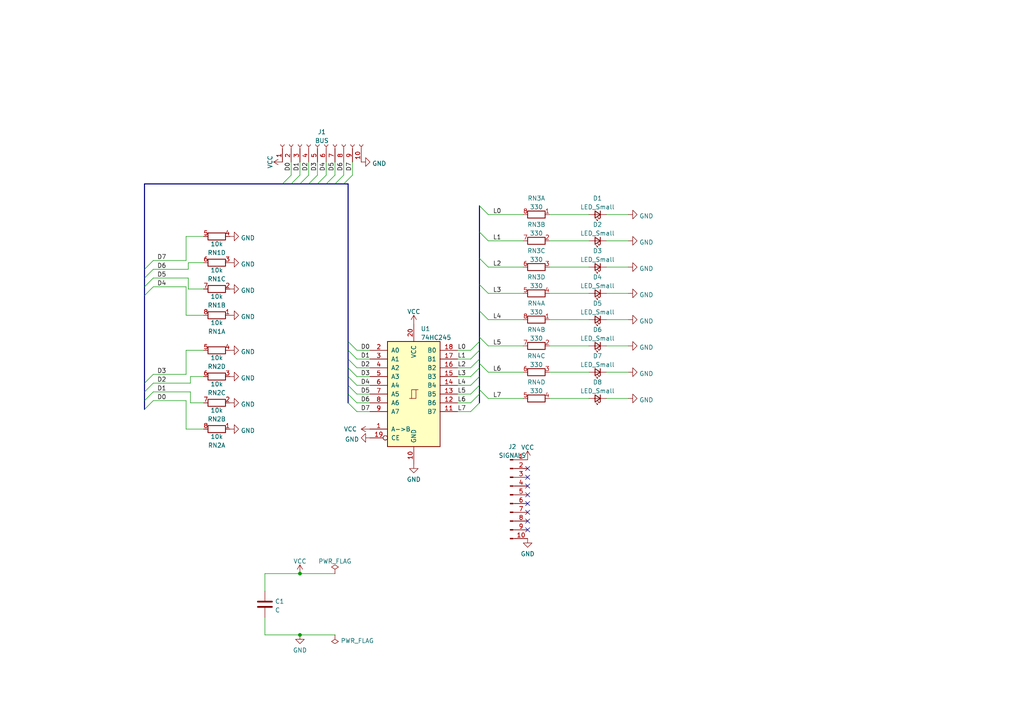
<source format=kicad_sch>
(kicad_sch (version 20211123) (generator eeschema)

  (uuid 777ff4be-2502-41af-9a9e-8ac80729c111)

  (paper "A4")

  (lib_symbols
    (symbol "74xx:74HC245" (pin_names (offset 1.016)) (in_bom yes) (on_board yes)
      (property "Reference" "U" (id 0) (at -7.62 16.51 0)
        (effects (font (size 1.27 1.27)))
      )
      (property "Value" "74HC245" (id 1) (at -7.62 -16.51 0)
        (effects (font (size 1.27 1.27)))
      )
      (property "Footprint" "" (id 2) (at 0 0 0)
        (effects (font (size 1.27 1.27)) hide)
      )
      (property "Datasheet" "http://www.ti.com/lit/gpn/sn74HC245" (id 3) (at 0 0 0)
        (effects (font (size 1.27 1.27)) hide)
      )
      (property "ki_locked" "" (id 4) (at 0 0 0)
        (effects (font (size 1.27 1.27)))
      )
      (property "ki_keywords" "HCMOS BUS 3State" (id 5) (at 0 0 0)
        (effects (font (size 1.27 1.27)) hide)
      )
      (property "ki_description" "Octal BUS Transceivers, 3-State outputs" (id 6) (at 0 0 0)
        (effects (font (size 1.27 1.27)) hide)
      )
      (property "ki_fp_filters" "DIP?20*" (id 7) (at 0 0 0)
        (effects (font (size 1.27 1.27)) hide)
      )
      (symbol "74HC245_1_0"
        (polyline
          (pts
            (xy -0.635 -1.27)
            (xy -0.635 1.27)
            (xy 0.635 1.27)
          )
          (stroke (width 0) (type default) (color 0 0 0 0))
          (fill (type none))
        )
        (polyline
          (pts
            (xy -1.27 -1.27)
            (xy 0.635 -1.27)
            (xy 0.635 1.27)
            (xy 1.27 1.27)
          )
          (stroke (width 0) (type default) (color 0 0 0 0))
          (fill (type none))
        )
        (pin input line (at -12.7 -10.16 0) (length 5.08)
          (name "A->B" (effects (font (size 1.27 1.27))))
          (number "1" (effects (font (size 1.27 1.27))))
        )
        (pin power_in line (at 0 -20.32 90) (length 5.08)
          (name "GND" (effects (font (size 1.27 1.27))))
          (number "10" (effects (font (size 1.27 1.27))))
        )
        (pin tri_state line (at 12.7 -5.08 180) (length 5.08)
          (name "B7" (effects (font (size 1.27 1.27))))
          (number "11" (effects (font (size 1.27 1.27))))
        )
        (pin tri_state line (at 12.7 -2.54 180) (length 5.08)
          (name "B6" (effects (font (size 1.27 1.27))))
          (number "12" (effects (font (size 1.27 1.27))))
        )
        (pin tri_state line (at 12.7 0 180) (length 5.08)
          (name "B5" (effects (font (size 1.27 1.27))))
          (number "13" (effects (font (size 1.27 1.27))))
        )
        (pin tri_state line (at 12.7 2.54 180) (length 5.08)
          (name "B4" (effects (font (size 1.27 1.27))))
          (number "14" (effects (font (size 1.27 1.27))))
        )
        (pin tri_state line (at 12.7 5.08 180) (length 5.08)
          (name "B3" (effects (font (size 1.27 1.27))))
          (number "15" (effects (font (size 1.27 1.27))))
        )
        (pin tri_state line (at 12.7 7.62 180) (length 5.08)
          (name "B2" (effects (font (size 1.27 1.27))))
          (number "16" (effects (font (size 1.27 1.27))))
        )
        (pin tri_state line (at 12.7 10.16 180) (length 5.08)
          (name "B1" (effects (font (size 1.27 1.27))))
          (number "17" (effects (font (size 1.27 1.27))))
        )
        (pin tri_state line (at 12.7 12.7 180) (length 5.08)
          (name "B0" (effects (font (size 1.27 1.27))))
          (number "18" (effects (font (size 1.27 1.27))))
        )
        (pin input inverted (at -12.7 -12.7 0) (length 5.08)
          (name "CE" (effects (font (size 1.27 1.27))))
          (number "19" (effects (font (size 1.27 1.27))))
        )
        (pin tri_state line (at -12.7 12.7 0) (length 5.08)
          (name "A0" (effects (font (size 1.27 1.27))))
          (number "2" (effects (font (size 1.27 1.27))))
        )
        (pin power_in line (at 0 20.32 270) (length 5.08)
          (name "VCC" (effects (font (size 1.27 1.27))))
          (number "20" (effects (font (size 1.27 1.27))))
        )
        (pin tri_state line (at -12.7 10.16 0) (length 5.08)
          (name "A1" (effects (font (size 1.27 1.27))))
          (number "3" (effects (font (size 1.27 1.27))))
        )
        (pin tri_state line (at -12.7 7.62 0) (length 5.08)
          (name "A2" (effects (font (size 1.27 1.27))))
          (number "4" (effects (font (size 1.27 1.27))))
        )
        (pin tri_state line (at -12.7 5.08 0) (length 5.08)
          (name "A3" (effects (font (size 1.27 1.27))))
          (number "5" (effects (font (size 1.27 1.27))))
        )
        (pin tri_state line (at -12.7 2.54 0) (length 5.08)
          (name "A4" (effects (font (size 1.27 1.27))))
          (number "6" (effects (font (size 1.27 1.27))))
        )
        (pin tri_state line (at -12.7 0 0) (length 5.08)
          (name "A5" (effects (font (size 1.27 1.27))))
          (number "7" (effects (font (size 1.27 1.27))))
        )
        (pin tri_state line (at -12.7 -2.54 0) (length 5.08)
          (name "A6" (effects (font (size 1.27 1.27))))
          (number "8" (effects (font (size 1.27 1.27))))
        )
        (pin tri_state line (at -12.7 -5.08 0) (length 5.08)
          (name "A7" (effects (font (size 1.27 1.27))))
          (number "9" (effects (font (size 1.27 1.27))))
        )
      )
      (symbol "74HC245_1_1"
        (rectangle (start -7.62 15.24) (end 7.62 -15.24)
          (stroke (width 0.254) (type default) (color 0 0 0 0))
          (fill (type background))
        )
      )
    )
    (symbol "Connector:Conn_01x10_Female" (pin_names (offset 1.016) hide) (in_bom yes) (on_board yes)
      (property "Reference" "J" (id 0) (at 0 12.7 0)
        (effects (font (size 1.27 1.27)))
      )
      (property "Value" "Conn_01x10_Female" (id 1) (at 0 -15.24 0)
        (effects (font (size 1.27 1.27)))
      )
      (property "Footprint" "" (id 2) (at 0 0 0)
        (effects (font (size 1.27 1.27)) hide)
      )
      (property "Datasheet" "~" (id 3) (at 0 0 0)
        (effects (font (size 1.27 1.27)) hide)
      )
      (property "ki_keywords" "connector" (id 4) (at 0 0 0)
        (effects (font (size 1.27 1.27)) hide)
      )
      (property "ki_description" "Generic connector, single row, 01x10, script generated (kicad-library-utils/schlib/autogen/connector/)" (id 5) (at 0 0 0)
        (effects (font (size 1.27 1.27)) hide)
      )
      (property "ki_fp_filters" "Connector*:*_1x??_*" (id 6) (at 0 0 0)
        (effects (font (size 1.27 1.27)) hide)
      )
      (symbol "Conn_01x10_Female_1_1"
        (arc (start 0 -12.192) (mid -0.508 -12.7) (end 0 -13.208)
          (stroke (width 0.1524) (type default) (color 0 0 0 0))
          (fill (type none))
        )
        (arc (start 0 -9.652) (mid -0.508 -10.16) (end 0 -10.668)
          (stroke (width 0.1524) (type default) (color 0 0 0 0))
          (fill (type none))
        )
        (arc (start 0 -7.112) (mid -0.508 -7.62) (end 0 -8.128)
          (stroke (width 0.1524) (type default) (color 0 0 0 0))
          (fill (type none))
        )
        (arc (start 0 -4.572) (mid -0.508 -5.08) (end 0 -5.588)
          (stroke (width 0.1524) (type default) (color 0 0 0 0))
          (fill (type none))
        )
        (arc (start 0 -2.032) (mid -0.508 -2.54) (end 0 -3.048)
          (stroke (width 0.1524) (type default) (color 0 0 0 0))
          (fill (type none))
        )
        (polyline
          (pts
            (xy -1.27 -12.7)
            (xy -0.508 -12.7)
          )
          (stroke (width 0.1524) (type default) (color 0 0 0 0))
          (fill (type none))
        )
        (polyline
          (pts
            (xy -1.27 -10.16)
            (xy -0.508 -10.16)
          )
          (stroke (width 0.1524) (type default) (color 0 0 0 0))
          (fill (type none))
        )
        (polyline
          (pts
            (xy -1.27 -7.62)
            (xy -0.508 -7.62)
          )
          (stroke (width 0.1524) (type default) (color 0 0 0 0))
          (fill (type none))
        )
        (polyline
          (pts
            (xy -1.27 -5.08)
            (xy -0.508 -5.08)
          )
          (stroke (width 0.1524) (type default) (color 0 0 0 0))
          (fill (type none))
        )
        (polyline
          (pts
            (xy -1.27 -2.54)
            (xy -0.508 -2.54)
          )
          (stroke (width 0.1524) (type default) (color 0 0 0 0))
          (fill (type none))
        )
        (polyline
          (pts
            (xy -1.27 0)
            (xy -0.508 0)
          )
          (stroke (width 0.1524) (type default) (color 0 0 0 0))
          (fill (type none))
        )
        (polyline
          (pts
            (xy -1.27 2.54)
            (xy -0.508 2.54)
          )
          (stroke (width 0.1524) (type default) (color 0 0 0 0))
          (fill (type none))
        )
        (polyline
          (pts
            (xy -1.27 5.08)
            (xy -0.508 5.08)
          )
          (stroke (width 0.1524) (type default) (color 0 0 0 0))
          (fill (type none))
        )
        (polyline
          (pts
            (xy -1.27 7.62)
            (xy -0.508 7.62)
          )
          (stroke (width 0.1524) (type default) (color 0 0 0 0))
          (fill (type none))
        )
        (polyline
          (pts
            (xy -1.27 10.16)
            (xy -0.508 10.16)
          )
          (stroke (width 0.1524) (type default) (color 0 0 0 0))
          (fill (type none))
        )
        (arc (start 0 0.508) (mid -0.508 0) (end 0 -0.508)
          (stroke (width 0.1524) (type default) (color 0 0 0 0))
          (fill (type none))
        )
        (arc (start 0 3.048) (mid -0.508 2.54) (end 0 2.032)
          (stroke (width 0.1524) (type default) (color 0 0 0 0))
          (fill (type none))
        )
        (arc (start 0 5.588) (mid -0.508 5.08) (end 0 4.572)
          (stroke (width 0.1524) (type default) (color 0 0 0 0))
          (fill (type none))
        )
        (arc (start 0 8.128) (mid -0.508 7.62) (end 0 7.112)
          (stroke (width 0.1524) (type default) (color 0 0 0 0))
          (fill (type none))
        )
        (arc (start 0 10.668) (mid -0.508 10.16) (end 0 9.652)
          (stroke (width 0.1524) (type default) (color 0 0 0 0))
          (fill (type none))
        )
        (pin passive line (at -5.08 10.16 0) (length 3.81)
          (name "Pin_1" (effects (font (size 1.27 1.27))))
          (number "1" (effects (font (size 1.27 1.27))))
        )
        (pin passive line (at -5.08 -12.7 0) (length 3.81)
          (name "Pin_10" (effects (font (size 1.27 1.27))))
          (number "10" (effects (font (size 1.27 1.27))))
        )
        (pin passive line (at -5.08 7.62 0) (length 3.81)
          (name "Pin_2" (effects (font (size 1.27 1.27))))
          (number "2" (effects (font (size 1.27 1.27))))
        )
        (pin passive line (at -5.08 5.08 0) (length 3.81)
          (name "Pin_3" (effects (font (size 1.27 1.27))))
          (number "3" (effects (font (size 1.27 1.27))))
        )
        (pin passive line (at -5.08 2.54 0) (length 3.81)
          (name "Pin_4" (effects (font (size 1.27 1.27))))
          (number "4" (effects (font (size 1.27 1.27))))
        )
        (pin passive line (at -5.08 0 0) (length 3.81)
          (name "Pin_5" (effects (font (size 1.27 1.27))))
          (number "5" (effects (font (size 1.27 1.27))))
        )
        (pin passive line (at -5.08 -2.54 0) (length 3.81)
          (name "Pin_6" (effects (font (size 1.27 1.27))))
          (number "6" (effects (font (size 1.27 1.27))))
        )
        (pin passive line (at -5.08 -5.08 0) (length 3.81)
          (name "Pin_7" (effects (font (size 1.27 1.27))))
          (number "7" (effects (font (size 1.27 1.27))))
        )
        (pin passive line (at -5.08 -7.62 0) (length 3.81)
          (name "Pin_8" (effects (font (size 1.27 1.27))))
          (number "8" (effects (font (size 1.27 1.27))))
        )
        (pin passive line (at -5.08 -10.16 0) (length 3.81)
          (name "Pin_9" (effects (font (size 1.27 1.27))))
          (number "9" (effects (font (size 1.27 1.27))))
        )
      )
    )
    (symbol "Connector:Conn_01x10_Male" (pin_names (offset 1.016) hide) (in_bom yes) (on_board yes)
      (property "Reference" "J" (id 0) (at 0 12.7 0)
        (effects (font (size 1.27 1.27)))
      )
      (property "Value" "Conn_01x10_Male" (id 1) (at 0 -15.24 0)
        (effects (font (size 1.27 1.27)))
      )
      (property "Footprint" "" (id 2) (at 0 0 0)
        (effects (font (size 1.27 1.27)) hide)
      )
      (property "Datasheet" "~" (id 3) (at 0 0 0)
        (effects (font (size 1.27 1.27)) hide)
      )
      (property "ki_keywords" "connector" (id 4) (at 0 0 0)
        (effects (font (size 1.27 1.27)) hide)
      )
      (property "ki_description" "Generic connector, single row, 01x10, script generated (kicad-library-utils/schlib/autogen/connector/)" (id 5) (at 0 0 0)
        (effects (font (size 1.27 1.27)) hide)
      )
      (property "ki_fp_filters" "Connector*:*_1x??_*" (id 6) (at 0 0 0)
        (effects (font (size 1.27 1.27)) hide)
      )
      (symbol "Conn_01x10_Male_1_1"
        (polyline
          (pts
            (xy 1.27 -12.7)
            (xy 0.8636 -12.7)
          )
          (stroke (width 0.1524) (type default) (color 0 0 0 0))
          (fill (type none))
        )
        (polyline
          (pts
            (xy 1.27 -10.16)
            (xy 0.8636 -10.16)
          )
          (stroke (width 0.1524) (type default) (color 0 0 0 0))
          (fill (type none))
        )
        (polyline
          (pts
            (xy 1.27 -7.62)
            (xy 0.8636 -7.62)
          )
          (stroke (width 0.1524) (type default) (color 0 0 0 0))
          (fill (type none))
        )
        (polyline
          (pts
            (xy 1.27 -5.08)
            (xy 0.8636 -5.08)
          )
          (stroke (width 0.1524) (type default) (color 0 0 0 0))
          (fill (type none))
        )
        (polyline
          (pts
            (xy 1.27 -2.54)
            (xy 0.8636 -2.54)
          )
          (stroke (width 0.1524) (type default) (color 0 0 0 0))
          (fill (type none))
        )
        (polyline
          (pts
            (xy 1.27 0)
            (xy 0.8636 0)
          )
          (stroke (width 0.1524) (type default) (color 0 0 0 0))
          (fill (type none))
        )
        (polyline
          (pts
            (xy 1.27 2.54)
            (xy 0.8636 2.54)
          )
          (stroke (width 0.1524) (type default) (color 0 0 0 0))
          (fill (type none))
        )
        (polyline
          (pts
            (xy 1.27 5.08)
            (xy 0.8636 5.08)
          )
          (stroke (width 0.1524) (type default) (color 0 0 0 0))
          (fill (type none))
        )
        (polyline
          (pts
            (xy 1.27 7.62)
            (xy 0.8636 7.62)
          )
          (stroke (width 0.1524) (type default) (color 0 0 0 0))
          (fill (type none))
        )
        (polyline
          (pts
            (xy 1.27 10.16)
            (xy 0.8636 10.16)
          )
          (stroke (width 0.1524) (type default) (color 0 0 0 0))
          (fill (type none))
        )
        (rectangle (start 0.8636 -12.573) (end 0 -12.827)
          (stroke (width 0.1524) (type default) (color 0 0 0 0))
          (fill (type outline))
        )
        (rectangle (start 0.8636 -10.033) (end 0 -10.287)
          (stroke (width 0.1524) (type default) (color 0 0 0 0))
          (fill (type outline))
        )
        (rectangle (start 0.8636 -7.493) (end 0 -7.747)
          (stroke (width 0.1524) (type default) (color 0 0 0 0))
          (fill (type outline))
        )
        (rectangle (start 0.8636 -4.953) (end 0 -5.207)
          (stroke (width 0.1524) (type default) (color 0 0 0 0))
          (fill (type outline))
        )
        (rectangle (start 0.8636 -2.413) (end 0 -2.667)
          (stroke (width 0.1524) (type default) (color 0 0 0 0))
          (fill (type outline))
        )
        (rectangle (start 0.8636 0.127) (end 0 -0.127)
          (stroke (width 0.1524) (type default) (color 0 0 0 0))
          (fill (type outline))
        )
        (rectangle (start 0.8636 2.667) (end 0 2.413)
          (stroke (width 0.1524) (type default) (color 0 0 0 0))
          (fill (type outline))
        )
        (rectangle (start 0.8636 5.207) (end 0 4.953)
          (stroke (width 0.1524) (type default) (color 0 0 0 0))
          (fill (type outline))
        )
        (rectangle (start 0.8636 7.747) (end 0 7.493)
          (stroke (width 0.1524) (type default) (color 0 0 0 0))
          (fill (type outline))
        )
        (rectangle (start 0.8636 10.287) (end 0 10.033)
          (stroke (width 0.1524) (type default) (color 0 0 0 0))
          (fill (type outline))
        )
        (pin passive line (at 5.08 10.16 180) (length 3.81)
          (name "Pin_1" (effects (font (size 1.27 1.27))))
          (number "1" (effects (font (size 1.27 1.27))))
        )
        (pin passive line (at 5.08 -12.7 180) (length 3.81)
          (name "Pin_10" (effects (font (size 1.27 1.27))))
          (number "10" (effects (font (size 1.27 1.27))))
        )
        (pin passive line (at 5.08 7.62 180) (length 3.81)
          (name "Pin_2" (effects (font (size 1.27 1.27))))
          (number "2" (effects (font (size 1.27 1.27))))
        )
        (pin passive line (at 5.08 5.08 180) (length 3.81)
          (name "Pin_3" (effects (font (size 1.27 1.27))))
          (number "3" (effects (font (size 1.27 1.27))))
        )
        (pin passive line (at 5.08 2.54 180) (length 3.81)
          (name "Pin_4" (effects (font (size 1.27 1.27))))
          (number "4" (effects (font (size 1.27 1.27))))
        )
        (pin passive line (at 5.08 0 180) (length 3.81)
          (name "Pin_5" (effects (font (size 1.27 1.27))))
          (number "5" (effects (font (size 1.27 1.27))))
        )
        (pin passive line (at 5.08 -2.54 180) (length 3.81)
          (name "Pin_6" (effects (font (size 1.27 1.27))))
          (number "6" (effects (font (size 1.27 1.27))))
        )
        (pin passive line (at 5.08 -5.08 180) (length 3.81)
          (name "Pin_7" (effects (font (size 1.27 1.27))))
          (number "7" (effects (font (size 1.27 1.27))))
        )
        (pin passive line (at 5.08 -7.62 180) (length 3.81)
          (name "Pin_8" (effects (font (size 1.27 1.27))))
          (number "8" (effects (font (size 1.27 1.27))))
        )
        (pin passive line (at 5.08 -10.16 180) (length 3.81)
          (name "Pin_9" (effects (font (size 1.27 1.27))))
          (number "9" (effects (font (size 1.27 1.27))))
        )
      )
    )
    (symbol "Device:C" (pin_numbers hide) (pin_names (offset 0.254)) (in_bom yes) (on_board yes)
      (property "Reference" "C" (id 0) (at 0.635 2.54 0)
        (effects (font (size 1.27 1.27)) (justify left))
      )
      (property "Value" "C" (id 1) (at 0.635 -2.54 0)
        (effects (font (size 1.27 1.27)) (justify left))
      )
      (property "Footprint" "" (id 2) (at 0.9652 -3.81 0)
        (effects (font (size 1.27 1.27)) hide)
      )
      (property "Datasheet" "~" (id 3) (at 0 0 0)
        (effects (font (size 1.27 1.27)) hide)
      )
      (property "ki_keywords" "cap capacitor" (id 4) (at 0 0 0)
        (effects (font (size 1.27 1.27)) hide)
      )
      (property "ki_description" "Unpolarized capacitor" (id 5) (at 0 0 0)
        (effects (font (size 1.27 1.27)) hide)
      )
      (property "ki_fp_filters" "C_*" (id 6) (at 0 0 0)
        (effects (font (size 1.27 1.27)) hide)
      )
      (symbol "C_0_1"
        (polyline
          (pts
            (xy -2.032 -0.762)
            (xy 2.032 -0.762)
          )
          (stroke (width 0.508) (type default) (color 0 0 0 0))
          (fill (type none))
        )
        (polyline
          (pts
            (xy -2.032 0.762)
            (xy 2.032 0.762)
          )
          (stroke (width 0.508) (type default) (color 0 0 0 0))
          (fill (type none))
        )
      )
      (symbol "C_1_1"
        (pin passive line (at 0 3.81 270) (length 2.794)
          (name "~" (effects (font (size 1.27 1.27))))
          (number "1" (effects (font (size 1.27 1.27))))
        )
        (pin passive line (at 0 -3.81 90) (length 2.794)
          (name "~" (effects (font (size 1.27 1.27))))
          (number "2" (effects (font (size 1.27 1.27))))
        )
      )
    )
    (symbol "Device:LED_Small" (pin_numbers hide) (pin_names (offset 0.254) hide) (in_bom yes) (on_board yes)
      (property "Reference" "D" (id 0) (at -1.27 3.175 0)
        (effects (font (size 1.27 1.27)) (justify left))
      )
      (property "Value" "LED_Small" (id 1) (at -4.445 -2.54 0)
        (effects (font (size 1.27 1.27)) (justify left))
      )
      (property "Footprint" "" (id 2) (at 0 0 90)
        (effects (font (size 1.27 1.27)) hide)
      )
      (property "Datasheet" "~" (id 3) (at 0 0 90)
        (effects (font (size 1.27 1.27)) hide)
      )
      (property "ki_keywords" "LED diode light-emitting-diode" (id 4) (at 0 0 0)
        (effects (font (size 1.27 1.27)) hide)
      )
      (property "ki_description" "Light emitting diode, small symbol" (id 5) (at 0 0 0)
        (effects (font (size 1.27 1.27)) hide)
      )
      (property "ki_fp_filters" "LED* LED_SMD:* LED_THT:*" (id 6) (at 0 0 0)
        (effects (font (size 1.27 1.27)) hide)
      )
      (symbol "LED_Small_0_1"
        (polyline
          (pts
            (xy -0.762 -1.016)
            (xy -0.762 1.016)
          )
          (stroke (width 0.254) (type default) (color 0 0 0 0))
          (fill (type none))
        )
        (polyline
          (pts
            (xy 1.016 0)
            (xy -0.762 0)
          )
          (stroke (width 0) (type default) (color 0 0 0 0))
          (fill (type none))
        )
        (polyline
          (pts
            (xy 0.762 -1.016)
            (xy -0.762 0)
            (xy 0.762 1.016)
            (xy 0.762 -1.016)
          )
          (stroke (width 0.254) (type default) (color 0 0 0 0))
          (fill (type none))
        )
        (polyline
          (pts
            (xy 0 0.762)
            (xy -0.508 1.27)
            (xy -0.254 1.27)
            (xy -0.508 1.27)
            (xy -0.508 1.016)
          )
          (stroke (width 0) (type default) (color 0 0 0 0))
          (fill (type none))
        )
        (polyline
          (pts
            (xy 0.508 1.27)
            (xy 0 1.778)
            (xy 0.254 1.778)
            (xy 0 1.778)
            (xy 0 1.524)
          )
          (stroke (width 0) (type default) (color 0 0 0 0))
          (fill (type none))
        )
      )
      (symbol "LED_Small_1_1"
        (pin passive line (at -2.54 0 0) (length 1.778)
          (name "K" (effects (font (size 1.27 1.27))))
          (number "1" (effects (font (size 1.27 1.27))))
        )
        (pin passive line (at 2.54 0 180) (length 1.778)
          (name "A" (effects (font (size 1.27 1.27))))
          (number "2" (effects (font (size 1.27 1.27))))
        )
      )
    )
    (symbol "Device:R_Pack04_Split" (pin_names (offset 0) hide) (in_bom yes) (on_board yes)
      (property "Reference" "RN" (id 0) (at 2.032 0 90)
        (effects (font (size 1.27 1.27)))
      )
      (property "Value" "R_Pack04_Split" (id 1) (at 0 0 90)
        (effects (font (size 1.27 1.27)))
      )
      (property "Footprint" "" (id 2) (at -2.032 0 90)
        (effects (font (size 1.27 1.27)) hide)
      )
      (property "Datasheet" "~" (id 3) (at 0 0 0)
        (effects (font (size 1.27 1.27)) hide)
      )
      (property "ki_keywords" "R network parallel topology isolated" (id 4) (at 0 0 0)
        (effects (font (size 1.27 1.27)) hide)
      )
      (property "ki_description" "4 resistor network, parallel topology, split" (id 5) (at 0 0 0)
        (effects (font (size 1.27 1.27)) hide)
      )
      (property "ki_fp_filters" "DIP* SOIC* R*Array*Concave* R*Array*Convex*" (id 6) (at 0 0 0)
        (effects (font (size 1.27 1.27)) hide)
      )
      (symbol "R_Pack04_Split_0_1"
        (rectangle (start 1.016 2.54) (end -1.016 -2.54)
          (stroke (width 0.254) (type default) (color 0 0 0 0))
          (fill (type none))
        )
      )
      (symbol "R_Pack04_Split_1_1"
        (pin passive line (at 0 -3.81 90) (length 1.27)
          (name "R1.1" (effects (font (size 1.27 1.27))))
          (number "1" (effects (font (size 1.27 1.27))))
        )
        (pin passive line (at 0 3.81 270) (length 1.27)
          (name "R1.2" (effects (font (size 1.27 1.27))))
          (number "8" (effects (font (size 1.27 1.27))))
        )
      )
      (symbol "R_Pack04_Split_2_1"
        (pin passive line (at 0 -3.81 90) (length 1.27)
          (name "R2.1" (effects (font (size 1.27 1.27))))
          (number "2" (effects (font (size 1.27 1.27))))
        )
        (pin passive line (at 0 3.81 270) (length 1.27)
          (name "R2.2" (effects (font (size 1.27 1.27))))
          (number "7" (effects (font (size 1.27 1.27))))
        )
      )
      (symbol "R_Pack04_Split_3_1"
        (pin passive line (at 0 -3.81 90) (length 1.27)
          (name "R3.1" (effects (font (size 1.27 1.27))))
          (number "3" (effects (font (size 1.27 1.27))))
        )
        (pin passive line (at 0 3.81 270) (length 1.27)
          (name "R3.2" (effects (font (size 1.27 1.27))))
          (number "6" (effects (font (size 1.27 1.27))))
        )
      )
      (symbol "R_Pack04_Split_4_1"
        (pin passive line (at 0 -3.81 90) (length 1.27)
          (name "R4.1" (effects (font (size 1.27 1.27))))
          (number "4" (effects (font (size 1.27 1.27))))
        )
        (pin passive line (at 0 3.81 270) (length 1.27)
          (name "R4.2" (effects (font (size 1.27 1.27))))
          (number "5" (effects (font (size 1.27 1.27))))
        )
      )
    )
    (symbol "power:GND" (power) (pin_names (offset 0)) (in_bom yes) (on_board yes)
      (property "Reference" "#PWR" (id 0) (at 0 -6.35 0)
        (effects (font (size 1.27 1.27)) hide)
      )
      (property "Value" "GND" (id 1) (at 0 -3.81 0)
        (effects (font (size 1.27 1.27)))
      )
      (property "Footprint" "" (id 2) (at 0 0 0)
        (effects (font (size 1.27 1.27)) hide)
      )
      (property "Datasheet" "" (id 3) (at 0 0 0)
        (effects (font (size 1.27 1.27)) hide)
      )
      (property "ki_keywords" "power-flag" (id 4) (at 0 0 0)
        (effects (font (size 1.27 1.27)) hide)
      )
      (property "ki_description" "Power symbol creates a global label with name \"GND\" , ground" (id 5) (at 0 0 0)
        (effects (font (size 1.27 1.27)) hide)
      )
      (symbol "GND_0_1"
        (polyline
          (pts
            (xy 0 0)
            (xy 0 -1.27)
            (xy 1.27 -1.27)
            (xy 0 -2.54)
            (xy -1.27 -1.27)
            (xy 0 -1.27)
          )
          (stroke (width 0) (type default) (color 0 0 0 0))
          (fill (type none))
        )
      )
      (symbol "GND_1_1"
        (pin power_in line (at 0 0 270) (length 0) hide
          (name "GND" (effects (font (size 1.27 1.27))))
          (number "1" (effects (font (size 1.27 1.27))))
        )
      )
    )
    (symbol "power:PWR_FLAG" (power) (pin_numbers hide) (pin_names (offset 0) hide) (in_bom yes) (on_board yes)
      (property "Reference" "#FLG" (id 0) (at 0 1.905 0)
        (effects (font (size 1.27 1.27)) hide)
      )
      (property "Value" "PWR_FLAG" (id 1) (at 0 3.81 0)
        (effects (font (size 1.27 1.27)))
      )
      (property "Footprint" "" (id 2) (at 0 0 0)
        (effects (font (size 1.27 1.27)) hide)
      )
      (property "Datasheet" "~" (id 3) (at 0 0 0)
        (effects (font (size 1.27 1.27)) hide)
      )
      (property "ki_keywords" "power-flag" (id 4) (at 0 0 0)
        (effects (font (size 1.27 1.27)) hide)
      )
      (property "ki_description" "Special symbol for telling ERC where power comes from" (id 5) (at 0 0 0)
        (effects (font (size 1.27 1.27)) hide)
      )
      (symbol "PWR_FLAG_0_0"
        (pin power_out line (at 0 0 90) (length 0)
          (name "pwr" (effects (font (size 1.27 1.27))))
          (number "1" (effects (font (size 1.27 1.27))))
        )
      )
      (symbol "PWR_FLAG_0_1"
        (polyline
          (pts
            (xy 0 0)
            (xy 0 1.27)
            (xy -1.016 1.905)
            (xy 0 2.54)
            (xy 1.016 1.905)
            (xy 0 1.27)
          )
          (stroke (width 0) (type default) (color 0 0 0 0))
          (fill (type none))
        )
      )
    )
    (symbol "power:VCC" (power) (pin_names (offset 0)) (in_bom yes) (on_board yes)
      (property "Reference" "#PWR" (id 0) (at 0 -3.81 0)
        (effects (font (size 1.27 1.27)) hide)
      )
      (property "Value" "VCC" (id 1) (at 0 3.81 0)
        (effects (font (size 1.27 1.27)))
      )
      (property "Footprint" "" (id 2) (at 0 0 0)
        (effects (font (size 1.27 1.27)) hide)
      )
      (property "Datasheet" "" (id 3) (at 0 0 0)
        (effects (font (size 1.27 1.27)) hide)
      )
      (property "ki_keywords" "power-flag" (id 4) (at 0 0 0)
        (effects (font (size 1.27 1.27)) hide)
      )
      (property "ki_description" "Power symbol creates a global label with name \"VCC\"" (id 5) (at 0 0 0)
        (effects (font (size 1.27 1.27)) hide)
      )
      (symbol "VCC_0_1"
        (polyline
          (pts
            (xy -0.762 1.27)
            (xy 0 2.54)
          )
          (stroke (width 0) (type default) (color 0 0 0 0))
          (fill (type none))
        )
        (polyline
          (pts
            (xy 0 0)
            (xy 0 2.54)
          )
          (stroke (width 0) (type default) (color 0 0 0 0))
          (fill (type none))
        )
        (polyline
          (pts
            (xy 0 2.54)
            (xy 0.762 1.27)
          )
          (stroke (width 0) (type default) (color 0 0 0 0))
          (fill (type none))
        )
      )
      (symbol "VCC_1_1"
        (pin power_in line (at 0 0 90) (length 0) hide
          (name "VCC" (effects (font (size 1.27 1.27))))
          (number "1" (effects (font (size 1.27 1.27))))
        )
      )
    )
  )


  (junction (at 86.995 166.37) (diameter 0) (color 0 0 0 0)
    (uuid 6804af73-7b0a-453e-82ff-1a9e3837245c)
  )
  (junction (at 86.995 184.15) (diameter 0) (color 0 0 0 0)
    (uuid e4ad2adb-916d-46dd-a7a2-7742b512cc6d)
  )

  (no_connect (at 153.035 135.89) (uuid 3b0c25c6-3636-4de6-b772-971c5d857e10))
  (no_connect (at 153.035 143.51) (uuid 4526a7b0-9776-4eef-9f24-93f261e93639))
  (no_connect (at 153.035 138.43) (uuid 6b1977ac-e35a-479b-a6cd-6d55a5cdcec6))
  (no_connect (at 153.035 153.67) (uuid 8771808c-be7c-4ca9-b012-631f87ad86e8))
  (no_connect (at 153.035 151.13) (uuid 8771808c-be7c-4ca9-b012-631f87ad86e9))
  (no_connect (at 153.035 148.59) (uuid 8771808c-be7c-4ca9-b012-631f87ad86ea))
  (no_connect (at 153.035 146.05) (uuid 8771808c-be7c-4ca9-b012-631f87ad86eb))
  (no_connect (at 153.035 140.97) (uuid 9088b5b5-9237-485b-89a7-81ca53f097d9))

  (bus_entry (at 136.525 119.38) (size 2.54 -2.54)
    (stroke (width 0) (type default) (color 0 0 0 0))
    (uuid 05e0ad4a-1c1a-4345-8457-b486adfb95b4)
  )
  (bus_entry (at 103.505 119.38) (size -2.54 -2.54)
    (stroke (width 0) (type default) (color 0 0 0 0))
    (uuid 12d98d6f-450d-4f5d-9d89-ec8233303dd7)
  )
  (bus_entry (at 103.505 101.6) (size -2.54 -2.54)
    (stroke (width 0) (type default) (color 0 0 0 0))
    (uuid 196150ea-eb85-474a-abc5-d12f836e8ec5)
  )
  (bus_entry (at 141.605 69.85) (size -2.54 -2.54)
    (stroke (width 0) (type default) (color 0 0 0 0))
    (uuid 19889f04-c7a4-4c83-9145-adcd69adf641)
  )
  (bus_entry (at 44.45 111.125) (size -2.54 2.54)
    (stroke (width 0) (type default) (color 0 0 0 0))
    (uuid 2339d27a-c19d-4bd6-b95f-a8bb5bc76211)
  )
  (bus_entry (at 136.525 114.3) (size 2.54 -2.54)
    (stroke (width 0) (type default) (color 0 0 0 0))
    (uuid 24eae00d-fb2d-4291-b5e0-634241e6e530)
  )
  (bus_entry (at 84.455 50.8) (size -2.54 2.54)
    (stroke (width 0) (type default) (color 0 0 0 0))
    (uuid 26d072aa-6c23-4feb-8850-15ca28113a1d)
  )
  (bus_entry (at 99.695 50.8) (size -2.54 2.54)
    (stroke (width 0) (type default) (color 0 0 0 0))
    (uuid 2caba588-e55e-4c8c-bddc-eb0a822ea2eb)
  )
  (bus_entry (at 92.075 50.8) (size -2.54 2.54)
    (stroke (width 0) (type default) (color 0 0 0 0))
    (uuid 3447e2ee-e7d3-48ae-9276-a8b415ffad43)
  )
  (bus_entry (at 44.45 108.585) (size -2.54 2.54)
    (stroke (width 0) (type default) (color 0 0 0 0))
    (uuid 38a1b4c6-2a4c-41e8-9629-961f437017c1)
  )
  (bus_entry (at 44.45 80.645) (size -2.54 2.54)
    (stroke (width 0) (type default) (color 0 0 0 0))
    (uuid 42284c28-fb80-4e5f-b481-1f3c6090e738)
  )
  (bus_entry (at 44.45 113.665) (size -2.54 2.54)
    (stroke (width 0) (type default) (color 0 0 0 0))
    (uuid 4395e322-2e22-4d1d-8e43-003f1a36ad84)
  )
  (bus_entry (at 141.605 62.23) (size -2.54 -2.54)
    (stroke (width 0) (type default) (color 0 0 0 0))
    (uuid 43f377ff-c480-4360-b21b-3b5398206541)
  )
  (bus_entry (at 103.505 111.76) (size -2.54 -2.54)
    (stroke (width 0) (type default) (color 0 0 0 0))
    (uuid 4ab31bb5-d47e-4644-bdb0-1a71a7206cfd)
  )
  (bus_entry (at 102.235 50.8) (size -2.54 2.54)
    (stroke (width 0) (type default) (color 0 0 0 0))
    (uuid 4e90317a-12d8-4971-bd0a-5eeedebf6155)
  )
  (bus_entry (at 103.505 109.22) (size -2.54 -2.54)
    (stroke (width 0) (type default) (color 0 0 0 0))
    (uuid 593b5b1e-774b-4c78-9919-050bf42d1a6e)
  )
  (bus_entry (at 103.505 114.3) (size -2.54 -2.54)
    (stroke (width 0) (type default) (color 0 0 0 0))
    (uuid 6cc9444f-23d9-417e-809f-b3384d268b97)
  )
  (bus_entry (at 44.45 83.185) (size -2.54 2.54)
    (stroke (width 0) (type default) (color 0 0 0 0))
    (uuid 6f5b3c19-4107-4bc9-b811-b4e808b51388)
  )
  (bus_entry (at 136.525 104.14) (size 2.54 -2.54)
    (stroke (width 0) (type default) (color 0 0 0 0))
    (uuid 70aecd59-48c9-4304-8d7f-22d4f9298e04)
  )
  (bus_entry (at 136.525 116.84) (size 2.54 -2.54)
    (stroke (width 0) (type default) (color 0 0 0 0))
    (uuid 7298f11b-49ba-4bb8-a3a7-05d31b1e9fbd)
  )
  (bus_entry (at 94.615 50.8) (size -2.54 2.54)
    (stroke (width 0) (type default) (color 0 0 0 0))
    (uuid 7456163f-6389-4faf-bd1b-326ed19dc8ab)
  )
  (bus_entry (at 136.525 101.6) (size 2.54 -2.54)
    (stroke (width 0) (type default) (color 0 0 0 0))
    (uuid 84548436-2dd1-4f6f-a56f-7c43c97df5e4)
  )
  (bus_entry (at 86.995 50.8) (size -2.54 2.54)
    (stroke (width 0) (type default) (color 0 0 0 0))
    (uuid 8caa1d4a-6894-44ce-a3b7-b12e9c717b92)
  )
  (bus_entry (at 136.525 111.76) (size 2.54 -2.54)
    (stroke (width 0) (type default) (color 0 0 0 0))
    (uuid 8ef5a401-5050-4558-bfb4-466e1026ccfc)
  )
  (bus_entry (at 136.525 106.68) (size 2.54 -2.54)
    (stroke (width 0) (type default) (color 0 0 0 0))
    (uuid 9313eef3-4097-4b41-a03c-64dd4d776770)
  )
  (bus_entry (at 97.155 50.8) (size -2.54 2.54)
    (stroke (width 0) (type default) (color 0 0 0 0))
    (uuid 93ecdf07-a594-48cd-8591-d552d5e165fe)
  )
  (bus_entry (at 89.535 50.8) (size -2.54 2.54)
    (stroke (width 0) (type default) (color 0 0 0 0))
    (uuid 9f194676-cd47-4971-bb47-7fbb7e517fd2)
  )
  (bus_entry (at 44.45 116.205) (size -2.54 2.54)
    (stroke (width 0) (type default) (color 0 0 0 0))
    (uuid a70d8030-dd96-4f79-9759-412fcbda6b0d)
  )
  (bus_entry (at 141.605 100.33) (size -2.54 -2.54)
    (stroke (width 0) (type default) (color 0 0 0 0))
    (uuid ac10c136-e7c8-4446-8381-7aa232aead19)
  )
  (bus_entry (at 103.505 104.14) (size -2.54 -2.54)
    (stroke (width 0) (type default) (color 0 0 0 0))
    (uuid b230f2dd-e170-46c8-8df5-b041e26b8809)
  )
  (bus_entry (at 44.45 78.105) (size -2.54 2.54)
    (stroke (width 0) (type default) (color 0 0 0 0))
    (uuid b758e8b1-9650-4744-bbad-6d6552d3c3e1)
  )
  (bus_entry (at 141.605 85.09) (size -2.54 -2.54)
    (stroke (width 0) (type default) (color 0 0 0 0))
    (uuid bc864f41-f427-48a4-aedf-f9422091a566)
  )
  (bus_entry (at 136.525 109.22) (size 2.54 -2.54)
    (stroke (width 0) (type default) (color 0 0 0 0))
    (uuid c750041a-fa82-4efc-9279-6e710e32b79c)
  )
  (bus_entry (at 141.605 115.57) (size -2.54 -2.54)
    (stroke (width 0) (type default) (color 0 0 0 0))
    (uuid c987bf46-aa39-4c73-83e0-f41f3b732fdc)
  )
  (bus_entry (at 141.605 92.71) (size -2.54 -2.54)
    (stroke (width 0) (type default) (color 0 0 0 0))
    (uuid d566db87-5de3-49d6-bf88-de58e49feb82)
  )
  (bus_entry (at 103.505 106.68) (size -2.54 -2.54)
    (stroke (width 0) (type default) (color 0 0 0 0))
    (uuid d5a88811-d58e-4fd3-977d-dd743d966907)
  )
  (bus_entry (at 141.605 77.47) (size -2.54 -2.54)
    (stroke (width 0) (type default) (color 0 0 0 0))
    (uuid da1d1175-be0b-4912-b4b9-552efce0c21b)
  )
  (bus_entry (at 103.505 116.84) (size -2.54 -2.54)
    (stroke (width 0) (type default) (color 0 0 0 0))
    (uuid e1d1f63a-944a-4daf-92d4-1935a1a2b6fc)
  )
  (bus_entry (at 44.45 75.565) (size -2.54 2.54)
    (stroke (width 0) (type default) (color 0 0 0 0))
    (uuid eeb858b1-a55d-47b0-8481-3e4e5e841a31)
  )
  (bus_entry (at 141.605 107.95) (size -2.54 -2.54)
    (stroke (width 0) (type default) (color 0 0 0 0))
    (uuid f65f250b-feac-4b2d-93da-8371ebda01da)
  )

  (wire (pts (xy 54.61 80.645) (xy 54.61 83.82))
    (stroke (width 0) (type default) (color 0 0 0 0))
    (uuid 01725bdd-446c-407c-9e81-44002aca98e4)
  )
  (wire (pts (xy 76.835 179.07) (xy 76.835 184.15))
    (stroke (width 0) (type default) (color 0 0 0 0))
    (uuid 0231f86b-c460-4c46-ad60-ce61a93b181f)
  )
  (bus (pts (xy 41.91 80.645) (xy 41.91 78.105))
    (stroke (width 0) (type default) (color 0 0 0 0))
    (uuid 0e039c5e-96bf-4e92-9083-7b2719d450c8)
  )

  (wire (pts (xy 53.975 108.585) (xy 53.975 101.6))
    (stroke (width 0) (type default) (color 0 0 0 0))
    (uuid 0f4866fc-05c6-40b7-88ee-3331ff224a7e)
  )
  (wire (pts (xy 141.605 107.95) (xy 151.765 107.95))
    (stroke (width 0) (type default) (color 0 0 0 0))
    (uuid 13fc02e3-b2dd-42cf-a2e0-6c3830bf3b32)
  )
  (wire (pts (xy 44.45 111.125) (xy 55.245 111.125))
    (stroke (width 0) (type default) (color 0 0 0 0))
    (uuid 161ca043-a8b6-4521-b79c-9ef84d1a0ce9)
  )
  (bus (pts (xy 41.91 83.185) (xy 41.91 80.645))
    (stroke (width 0) (type default) (color 0 0 0 0))
    (uuid 16a35b00-d40c-4dc1-ac84-b8011c5fd127)
  )

  (wire (pts (xy 76.835 184.15) (xy 86.995 184.15))
    (stroke (width 0) (type default) (color 0 0 0 0))
    (uuid 16f7e864-7917-444e-b754-61d6fc57a123)
  )
  (bus (pts (xy 139.065 74.93) (xy 139.065 82.55))
    (stroke (width 0) (type default) (color 0 0 0 0))
    (uuid 17956222-4283-4210-885a-f68214edb90a)
  )

  (wire (pts (xy 132.715 119.38) (xy 136.525 119.38))
    (stroke (width 0) (type default) (color 0 0 0 0))
    (uuid 1994254b-3891-4c05-9ec5-7107ec4e3efd)
  )
  (bus (pts (xy 41.91 116.205) (xy 41.91 113.665))
    (stroke (width 0) (type default) (color 0 0 0 0))
    (uuid 1a2c41d0-8703-46c0-8a35-581a44f44ca2)
  )

  (wire (pts (xy 107.315 101.6) (xy 103.505 101.6))
    (stroke (width 0) (type default) (color 0 0 0 0))
    (uuid 1ae351b4-855c-45ad-a86d-abeee0d9f1cc)
  )
  (bus (pts (xy 84.455 53.34) (xy 86.995 53.34))
    (stroke (width 0) (type default) (color 0 0 0 0))
    (uuid 1d96df62-b3c0-47ba-9465-1081d7ec67a6)
  )

  (wire (pts (xy 159.385 62.23) (xy 170.815 62.23))
    (stroke (width 0) (type default) (color 0 0 0 0))
    (uuid 1f1e1ec4-7ef3-43b0-b6ef-61b8656f058a)
  )
  (wire (pts (xy 99.695 46.99) (xy 99.695 50.8))
    (stroke (width 0) (type default) (color 0 0 0 0))
    (uuid 20e85bb2-16e4-4f4e-8947-bf06da1c3882)
  )
  (bus (pts (xy 92.075 53.34) (xy 94.615 53.34))
    (stroke (width 0) (type default) (color 0 0 0 0))
    (uuid 22695541-4588-4015-bb9c-1ac41489714f)
  )

  (wire (pts (xy 55.245 109.22) (xy 59.055 109.22))
    (stroke (width 0) (type default) (color 0 0 0 0))
    (uuid 233b2bb2-e41f-4218-9b75-3ebe8a17c4db)
  )
  (wire (pts (xy 54.61 76.2) (xy 59.055 76.2))
    (stroke (width 0) (type default) (color 0 0 0 0))
    (uuid 239e65c6-bcdf-49b3-8a0f-69c2b24c4e60)
  )
  (wire (pts (xy 92.075 46.99) (xy 92.075 50.8))
    (stroke (width 0) (type default) (color 0 0 0 0))
    (uuid 23e9b5cc-6ad1-4778-8288-de204d8d08e1)
  )
  (wire (pts (xy 175.895 69.85) (xy 182.245 69.85))
    (stroke (width 0) (type default) (color 0 0 0 0))
    (uuid 2495c2a8-640f-4b6e-a5c9-84c2d2f7c207)
  )
  (bus (pts (xy 139.065 59.69) (xy 139.065 67.31))
    (stroke (width 0) (type default) (color 0 0 0 0))
    (uuid 24e09952-5bfb-466b-b73e-202d14db91f6)
  )
  (bus (pts (xy 139.065 82.55) (xy 139.065 90.17))
    (stroke (width 0) (type default) (color 0 0 0 0))
    (uuid 24f1962c-f4d3-4d1c-b545-44e245de5281)
  )
  (bus (pts (xy 139.065 113.03) (xy 139.065 114.3))
    (stroke (width 0) (type default) (color 0 0 0 0))
    (uuid 26421307-3d14-4ad1-85be-fbeafc565181)
  )
  (bus (pts (xy 41.91 53.34) (xy 41.91 78.105))
    (stroke (width 0) (type default) (color 0 0 0 0))
    (uuid 27833dc4-f97d-4286-819f-b918b3335176)
  )

  (wire (pts (xy 55.245 111.125) (xy 55.245 109.22))
    (stroke (width 0) (type default) (color 0 0 0 0))
    (uuid 2810ad02-3379-418b-b6e4-6b70be9c33de)
  )
  (wire (pts (xy 53.975 116.205) (xy 53.975 124.46))
    (stroke (width 0) (type default) (color 0 0 0 0))
    (uuid 28f7a880-2351-4c56-9234-4d13b5a5f23d)
  )
  (wire (pts (xy 94.615 46.99) (xy 94.615 50.8))
    (stroke (width 0) (type default) (color 0 0 0 0))
    (uuid 2b3b01b7-1431-407d-a452-ad942064545b)
  )
  (bus (pts (xy 100.965 111.76) (xy 100.965 109.22))
    (stroke (width 0) (type default) (color 0 0 0 0))
    (uuid 2b9b7788-3dfa-4b62-9809-4312a7cf8713)
  )

  (wire (pts (xy 76.835 166.37) (xy 86.995 166.37))
    (stroke (width 0) (type default) (color 0 0 0 0))
    (uuid 2eefbfed-07a8-4791-8d4e-6ccbdd5e89cf)
  )
  (bus (pts (xy 139.065 106.68) (xy 139.065 109.22))
    (stroke (width 0) (type default) (color 0 0 0 0))
    (uuid 2ef228e4-3843-46c0-ab04-40f7b9ff9622)
  )
  (bus (pts (xy 86.995 53.34) (xy 89.535 53.34))
    (stroke (width 0) (type default) (color 0 0 0 0))
    (uuid 3095b166-8531-4b21-a49d-d4e800693283)
  )
  (bus (pts (xy 139.065 101.6) (xy 139.065 104.14))
    (stroke (width 0) (type default) (color 0 0 0 0))
    (uuid 30b2cffe-4119-4fda-b084-18a2c16d9440)
  )
  (bus (pts (xy 100.965 101.6) (xy 100.965 99.06))
    (stroke (width 0) (type default) (color 0 0 0 0))
    (uuid 31ae4384-a9ad-4903-9c73-e9126565f945)
  )

  (wire (pts (xy 44.45 108.585) (xy 53.975 108.585))
    (stroke (width 0) (type default) (color 0 0 0 0))
    (uuid 31aeafe0-2ee8-4686-8543-bf1207db1332)
  )
  (wire (pts (xy 141.605 92.71) (xy 151.765 92.71))
    (stroke (width 0) (type default) (color 0 0 0 0))
    (uuid 33414917-7685-45bb-a6a2-658e30ecb79b)
  )
  (bus (pts (xy 100.965 106.68) (xy 100.965 104.14))
    (stroke (width 0) (type default) (color 0 0 0 0))
    (uuid 3437db58-adeb-4ac3-9d07-cd464f31de1b)
  )

  (wire (pts (xy 132.715 106.68) (xy 136.525 106.68))
    (stroke (width 0) (type default) (color 0 0 0 0))
    (uuid 357ea304-b7a6-4d19-99e5-d9c6cbbee136)
  )
  (wire (pts (xy 54.61 78.105) (xy 54.61 76.2))
    (stroke (width 0) (type default) (color 0 0 0 0))
    (uuid 456e77ab-9251-4a0e-8c5a-7c227624d199)
  )
  (wire (pts (xy 53.975 75.565) (xy 53.975 68.58))
    (stroke (width 0) (type default) (color 0 0 0 0))
    (uuid 4a0262d5-25cd-4231-a06c-f0c1ac3f4ac9)
  )
  (wire (pts (xy 53.975 124.46) (xy 59.055 124.46))
    (stroke (width 0) (type default) (color 0 0 0 0))
    (uuid 4b1a92cb-df8c-4c11-831f-3b93f92a7f48)
  )
  (wire (pts (xy 54.61 83.82) (xy 59.055 83.82))
    (stroke (width 0) (type default) (color 0 0 0 0))
    (uuid 4df4f8a4-c103-451a-8097-4d86118e786d)
  )
  (wire (pts (xy 159.385 100.33) (xy 170.815 100.33))
    (stroke (width 0) (type default) (color 0 0 0 0))
    (uuid 4eeec89d-95bd-4632-8082-849c6638a34a)
  )
  (wire (pts (xy 86.995 166.37) (xy 97.155 166.37))
    (stroke (width 0) (type default) (color 0 0 0 0))
    (uuid 4fb0792b-0ba7-483a-8382-17be2948d44d)
  )
  (wire (pts (xy 175.895 115.57) (xy 182.245 115.57))
    (stroke (width 0) (type default) (color 0 0 0 0))
    (uuid 50298a91-4021-4c19-9a54-048f75529dcf)
  )
  (bus (pts (xy 41.91 85.725) (xy 41.91 83.185))
    (stroke (width 0) (type default) (color 0 0 0 0))
    (uuid 511bf61d-6b94-4504-b27e-1adecf4fed25)
  )
  (bus (pts (xy 100.965 116.84) (xy 100.965 114.3))
    (stroke (width 0) (type default) (color 0 0 0 0))
    (uuid 5335e6d3-ebe7-4fcd-b85c-4082b2cb95d6)
  )
  (bus (pts (xy 139.065 105.41) (xy 139.065 106.68))
    (stroke (width 0) (type default) (color 0 0 0 0))
    (uuid 55906177-100e-4c54-b276-aca8c4dac6b9)
  )

  (wire (pts (xy 44.45 83.185) (xy 53.975 83.185))
    (stroke (width 0) (type default) (color 0 0 0 0))
    (uuid 569ffe37-ab36-43d8-b579-608d5d31615f)
  )
  (wire (pts (xy 132.715 104.14) (xy 136.525 104.14))
    (stroke (width 0) (type default) (color 0 0 0 0))
    (uuid 5712c2e6-1ecc-4ee8-9daf-fbad5360af06)
  )
  (wire (pts (xy 141.605 77.47) (xy 151.765 77.47))
    (stroke (width 0) (type default) (color 0 0 0 0))
    (uuid 592d7300-b7ff-4665-8409-4a83280fe811)
  )
  (wire (pts (xy 175.895 85.09) (xy 182.245 85.09))
    (stroke (width 0) (type default) (color 0 0 0 0))
    (uuid 5e7b1abe-c578-42b1-8281-06caae7df812)
  )
  (bus (pts (xy 139.065 114.3) (xy 139.065 116.84))
    (stroke (width 0) (type default) (color 0 0 0 0))
    (uuid 5f67b272-aa43-4083-b76f-6cc6350b62af)
  )

  (wire (pts (xy 141.605 69.85) (xy 151.765 69.85))
    (stroke (width 0) (type default) (color 0 0 0 0))
    (uuid 617a1052-93d2-402e-b872-3260b8a35653)
  )
  (wire (pts (xy 55.245 116.84) (xy 59.055 116.84))
    (stroke (width 0) (type default) (color 0 0 0 0))
    (uuid 64556254-938d-4c5a-9aa2-20a54f5cabba)
  )
  (bus (pts (xy 100.965 53.34) (xy 100.965 99.06))
    (stroke (width 0) (type default) (color 0 0 0 0))
    (uuid 67283b26-9224-44ad-8b66-f455853c1adc)
  )

  (wire (pts (xy 141.605 85.09) (xy 151.765 85.09))
    (stroke (width 0) (type default) (color 0 0 0 0))
    (uuid 6bd75fc4-3d18-4bfe-9951-10a505846379)
  )
  (wire (pts (xy 44.45 75.565) (xy 53.975 75.565))
    (stroke (width 0) (type default) (color 0 0 0 0))
    (uuid 6c29cff4-d8eb-4d75-84ef-cfdf559f4240)
  )
  (wire (pts (xy 107.315 116.84) (xy 103.505 116.84))
    (stroke (width 0) (type default) (color 0 0 0 0))
    (uuid 6e013dd0-63d0-44ec-9b8b-841dd9bb38ac)
  )
  (wire (pts (xy 175.895 100.33) (xy 182.245 100.33))
    (stroke (width 0) (type default) (color 0 0 0 0))
    (uuid 76d68cce-1e9f-4f7a-a1d7-130208e77b42)
  )
  (bus (pts (xy 139.065 104.14) (xy 139.065 105.41))
    (stroke (width 0) (type default) (color 0 0 0 0))
    (uuid 77f04738-b56c-45f6-8f2e-74f5ced36e71)
  )
  (bus (pts (xy 99.695 53.34) (xy 100.965 53.34))
    (stroke (width 0) (type default) (color 0 0 0 0))
    (uuid 79eca94e-8bae-40de-90cb-aad7e6a78204)
  )

  (wire (pts (xy 97.155 46.99) (xy 97.155 50.8))
    (stroke (width 0) (type default) (color 0 0 0 0))
    (uuid 7ac3fd90-d9d0-4995-bb89-0e3e32d468c4)
  )
  (wire (pts (xy 53.975 101.6) (xy 59.055 101.6))
    (stroke (width 0) (type default) (color 0 0 0 0))
    (uuid 7d00d20f-485d-4aee-bebf-1dec047d94d6)
  )
  (wire (pts (xy 159.385 92.71) (xy 170.815 92.71))
    (stroke (width 0) (type default) (color 0 0 0 0))
    (uuid 800d46b2-474e-4231-87eb-bbeff5c8e790)
  )
  (wire (pts (xy 84.455 46.99) (xy 84.455 50.8))
    (stroke (width 0) (type default) (color 0 0 0 0))
    (uuid 8042448f-2165-480a-af5d-7749b667ac51)
  )
  (wire (pts (xy 55.245 113.665) (xy 55.245 116.84))
    (stroke (width 0) (type default) (color 0 0 0 0))
    (uuid 80e2745c-2930-4d3d-8ba8-c4f13b2ec92d)
  )
  (bus (pts (xy 94.615 53.34) (xy 97.155 53.34))
    (stroke (width 0) (type default) (color 0 0 0 0))
    (uuid 82e20e93-1570-4e71-9989-96702ba5c8f6)
  )

  (wire (pts (xy 107.315 114.3) (xy 103.505 114.3))
    (stroke (width 0) (type default) (color 0 0 0 0))
    (uuid 86b28131-0cb6-4809-8f70-8657b34799db)
  )
  (wire (pts (xy 97.155 184.15) (xy 86.995 184.15))
    (stroke (width 0) (type default) (color 0 0 0 0))
    (uuid 8906fec5-43bd-44f4-9e58-1a73f7dcf649)
  )
  (bus (pts (xy 97.155 53.34) (xy 99.695 53.34))
    (stroke (width 0) (type default) (color 0 0 0 0))
    (uuid 8ac737a4-5725-477a-84e8-3c56b8e2f8c0)
  )

  (wire (pts (xy 132.715 114.3) (xy 136.525 114.3))
    (stroke (width 0) (type default) (color 0 0 0 0))
    (uuid 8b944f0d-0c21-47a1-9bb2-10735ca33894)
  )
  (wire (pts (xy 89.535 46.99) (xy 89.535 50.8))
    (stroke (width 0) (type default) (color 0 0 0 0))
    (uuid 8cae5c3a-3ac2-4370-87d2-5109484e379c)
  )
  (wire (pts (xy 53.975 83.185) (xy 53.975 91.44))
    (stroke (width 0) (type default) (color 0 0 0 0))
    (uuid 8d726192-dd51-4a80-9b56-5772a7475bbb)
  )
  (wire (pts (xy 44.45 116.205) (xy 53.975 116.205))
    (stroke (width 0) (type default) (color 0 0 0 0))
    (uuid 8ddd93ee-fe64-4e1d-8acd-02417a21bf99)
  )
  (bus (pts (xy 139.065 109.22) (xy 139.065 111.76))
    (stroke (width 0) (type default) (color 0 0 0 0))
    (uuid 8ed6d54b-59e1-40dd-8227-6d382035cc79)
  )

  (wire (pts (xy 159.385 107.95) (xy 170.815 107.95))
    (stroke (width 0) (type default) (color 0 0 0 0))
    (uuid 8ffa42e8-fa35-490e-b361-3263ed1dca60)
  )
  (bus (pts (xy 81.915 53.34) (xy 84.455 53.34))
    (stroke (width 0) (type default) (color 0 0 0 0))
    (uuid 90504b47-85f4-4567-8101-ade614389863)
  )

  (wire (pts (xy 132.715 116.84) (xy 136.525 116.84))
    (stroke (width 0) (type default) (color 0 0 0 0))
    (uuid 9623f9db-b64d-4c05-b620-a711835dc4e7)
  )
  (bus (pts (xy 89.535 53.34) (xy 92.075 53.34))
    (stroke (width 0) (type default) (color 0 0 0 0))
    (uuid 97076142-d64e-4b05-a564-51edcf831438)
  )

  (wire (pts (xy 53.975 68.58) (xy 59.055 68.58))
    (stroke (width 0) (type default) (color 0 0 0 0))
    (uuid 9b7abc8b-1e05-4009-81ee-eee059a29eab)
  )
  (wire (pts (xy 53.975 91.44) (xy 59.055 91.44))
    (stroke (width 0) (type default) (color 0 0 0 0))
    (uuid 9f9ddbc5-79e4-47d3-9c2d-983792081313)
  )
  (bus (pts (xy 41.91 118.745) (xy 41.91 116.205))
    (stroke (width 0) (type default) (color 0 0 0 0))
    (uuid a895a0d8-06b3-445a-959b-ecf8cb7600bf)
  )

  (wire (pts (xy 44.45 80.645) (xy 54.61 80.645))
    (stroke (width 0) (type default) (color 0 0 0 0))
    (uuid a9cf2753-7e17-4b61-8927-202e9333c899)
  )
  (bus (pts (xy 100.965 104.14) (xy 100.965 101.6))
    (stroke (width 0) (type default) (color 0 0 0 0))
    (uuid aa376282-bacb-434c-b7f6-bbad54ae8ad6)
  )

  (wire (pts (xy 107.315 106.68) (xy 103.505 106.68))
    (stroke (width 0) (type default) (color 0 0 0 0))
    (uuid aae1bc96-94ef-4930-842b-5575a05053f1)
  )
  (wire (pts (xy 141.605 100.33) (xy 151.765 100.33))
    (stroke (width 0) (type default) (color 0 0 0 0))
    (uuid aba880c7-de3b-419b-b3f2-8ba97c9123f5)
  )
  (wire (pts (xy 159.385 85.09) (xy 170.815 85.09))
    (stroke (width 0) (type default) (color 0 0 0 0))
    (uuid ac058c90-f6b0-4473-9917-a269b1887478)
  )
  (wire (pts (xy 175.895 107.95) (xy 182.245 107.95))
    (stroke (width 0) (type default) (color 0 0 0 0))
    (uuid aeb71e1a-39ee-4a2b-b466-4022b940f94d)
  )
  (wire (pts (xy 102.235 46.99) (xy 102.235 50.8))
    (stroke (width 0) (type default) (color 0 0 0 0))
    (uuid b17e3da4-327b-4986-9dff-d49d5cf10713)
  )
  (wire (pts (xy 159.385 69.85) (xy 170.815 69.85))
    (stroke (width 0) (type default) (color 0 0 0 0))
    (uuid b32769eb-2040-411b-bd33-ac81b3b46415)
  )
  (bus (pts (xy 139.065 90.17) (xy 139.065 97.79))
    (stroke (width 0) (type default) (color 0 0 0 0))
    (uuid b529bc8b-d959-4b2a-acf2-18f5e77ceb0f)
  )
  (bus (pts (xy 139.065 111.76) (xy 139.065 113.03))
    (stroke (width 0) (type default) (color 0 0 0 0))
    (uuid ba0512be-f10c-404a-ab81-adbfee6e8da4)
  )
  (bus (pts (xy 41.91 85.725) (xy 41.91 111.125))
    (stroke (width 0) (type default) (color 0 0 0 0))
    (uuid bc108ff6-c5f3-4957-93e2-f22456855f16)
  )

  (wire (pts (xy 175.895 92.71) (xy 182.245 92.71))
    (stroke (width 0) (type default) (color 0 0 0 0))
    (uuid be338c4e-edb0-4445-8b4d-ae9f8e51ca69)
  )
  (wire (pts (xy 107.315 119.38) (xy 103.505 119.38))
    (stroke (width 0) (type default) (color 0 0 0 0))
    (uuid c4ea0a3a-e6f4-486a-9e1a-672a1c1be607)
  )
  (bus (pts (xy 41.91 53.34) (xy 81.915 53.34))
    (stroke (width 0) (type default) (color 0 0 0 0))
    (uuid c7258170-412d-46b1-b442-c3d09fa8d4df)
  )

  (wire (pts (xy 159.385 77.47) (xy 170.815 77.47))
    (stroke (width 0) (type default) (color 0 0 0 0))
    (uuid c87edd95-0730-48b4-b2c8-e9334ac58e01)
  )
  (wire (pts (xy 107.315 104.14) (xy 103.505 104.14))
    (stroke (width 0) (type default) (color 0 0 0 0))
    (uuid cf361a31-7b0e-4b4e-91f2-c1213f33172e)
  )
  (wire (pts (xy 107.315 111.76) (xy 103.505 111.76))
    (stroke (width 0) (type default) (color 0 0 0 0))
    (uuid cfbbb3c5-c58b-45ff-950a-6d68e0889ebc)
  )
  (wire (pts (xy 141.605 115.57) (xy 151.765 115.57))
    (stroke (width 0) (type default) (color 0 0 0 0))
    (uuid cfd43dd8-2f06-4f7d-a99d-b124976cf94b)
  )
  (wire (pts (xy 132.715 101.6) (xy 136.525 101.6))
    (stroke (width 0) (type default) (color 0 0 0 0))
    (uuid d056fa5c-e1d6-4b25-a188-06322298dac6)
  )
  (bus (pts (xy 100.965 114.3) (xy 100.965 111.76))
    (stroke (width 0) (type default) (color 0 0 0 0))
    (uuid d38c7777-83e7-4443-b5f3-8511b0e0806c)
  )

  (wire (pts (xy 44.45 113.665) (xy 55.245 113.665))
    (stroke (width 0) (type default) (color 0 0 0 0))
    (uuid d3e3108a-7d1d-4eac-a1a8-737926b2e290)
  )
  (wire (pts (xy 175.895 62.23) (xy 182.245 62.23))
    (stroke (width 0) (type default) (color 0 0 0 0))
    (uuid d4a5a45d-f6e0-4da8-83f2-d3419bd8d5c0)
  )
  (wire (pts (xy 175.895 77.47) (xy 182.245 77.47))
    (stroke (width 0) (type default) (color 0 0 0 0))
    (uuid daaeb0c9-ebe6-4d37-a3d8-4e8092af907d)
  )
  (wire (pts (xy 86.995 46.99) (xy 86.995 50.8))
    (stroke (width 0) (type default) (color 0 0 0 0))
    (uuid e2692259-8166-4c9b-8e00-31f12c1f7fbb)
  )
  (wire (pts (xy 159.385 115.57) (xy 170.815 115.57))
    (stroke (width 0) (type default) (color 0 0 0 0))
    (uuid e28c70ee-78e0-45ea-9b80-ef50000a28e3)
  )
  (wire (pts (xy 76.835 166.37) (xy 76.835 171.45))
    (stroke (width 0) (type default) (color 0 0 0 0))
    (uuid e88d803b-b325-4089-a9b0-7edcf5dc9ed6)
  )
  (wire (pts (xy 107.315 109.22) (xy 103.505 109.22))
    (stroke (width 0) (type default) (color 0 0 0 0))
    (uuid ebb626c7-94bf-49b4-8bc8-64d755e185b8)
  )
  (bus (pts (xy 139.065 99.06) (xy 139.065 101.6))
    (stroke (width 0) (type default) (color 0 0 0 0))
    (uuid eda82854-c459-45a8-9e2d-599dc125ee99)
  )

  (wire (pts (xy 141.605 62.23) (xy 151.765 62.23))
    (stroke (width 0) (type default) (color 0 0 0 0))
    (uuid ef2c8dc9-4011-437f-b90c-26b5ce20bdf5)
  )
  (wire (pts (xy 132.715 109.22) (xy 136.525 109.22))
    (stroke (width 0) (type default) (color 0 0 0 0))
    (uuid f00c08af-e5e7-4d7e-9f98-790781367545)
  )
  (bus (pts (xy 139.065 67.31) (xy 139.065 74.93))
    (stroke (width 0) (type default) (color 0 0 0 0))
    (uuid f6476cb1-6f43-4726-9068-10c959ee8eab)
  )
  (bus (pts (xy 41.91 113.665) (xy 41.91 111.125))
    (stroke (width 0) (type default) (color 0 0 0 0))
    (uuid f670a2fc-aa12-45b6-8584-1b311b9029f0)
  )
  (bus (pts (xy 100.965 109.22) (xy 100.965 106.68))
    (stroke (width 0) (type default) (color 0 0 0 0))
    (uuid f6c31c41-cebf-4c1f-993e-3a827d299593)
  )

  (wire (pts (xy 132.715 111.76) (xy 136.525 111.76))
    (stroke (width 0) (type default) (color 0 0 0 0))
    (uuid f872f2c1-8a1d-4d50-b482-07947e5145a0)
  )
  (wire (pts (xy 44.45 78.105) (xy 54.61 78.105))
    (stroke (width 0) (type default) (color 0 0 0 0))
    (uuid f901bec2-119c-4bf8-a7c3-65864c1a09b5)
  )
  (bus (pts (xy 139.065 97.79) (xy 139.065 99.06))
    (stroke (width 0) (type default) (color 0 0 0 0))
    (uuid f9312380-9eec-4d42-ba85-72f7c84b0ec0)
  )

  (label "L7" (at 132.715 119.38 0)
    (effects (font (size 1.27 1.27)) (justify left bottom))
    (uuid 032bf27b-b0fe-49db-81c3-a6bb92b35322)
  )
  (label "L2" (at 132.715 106.68 0)
    (effects (font (size 1.27 1.27)) (justify left bottom))
    (uuid 04a56c4d-15bc-4a64-9297-27d40f632e37)
  )
  (label "D0" (at 107.315 101.6 180)
    (effects (font (size 1.27 1.27)) (justify right bottom))
    (uuid 057550e3-814f-4b15-a7da-b58c7db95b7e)
  )
  (label "D7" (at 107.315 119.38 180)
    (effects (font (size 1.27 1.27)) (justify right bottom))
    (uuid 1470b88d-d6e4-4a6a-88a8-4b2ca569e49e)
  )
  (label "D2" (at 107.315 106.68 180)
    (effects (font (size 1.27 1.27)) (justify right bottom))
    (uuid 14dadfdf-6b47-40ae-a569-81043bd7888f)
  )
  (label "D5" (at 48.26 80.645 180)
    (effects (font (size 1.27 1.27)) (justify right bottom))
    (uuid 168b818a-427c-4e6b-b93d-fb57424313fd)
  )
  (label "D5" (at 107.315 114.3 180)
    (effects (font (size 1.27 1.27)) (justify right bottom))
    (uuid 172b215b-0ea3-4bcf-9259-98a3dce7b4e2)
  )
  (label "D2" (at 89.535 46.99 270)
    (effects (font (size 1.27 1.27)) (justify right bottom))
    (uuid 1ea2dc1a-2b4c-4113-b800-421cdedf442f)
  )
  (label "D6" (at 107.315 116.84 180)
    (effects (font (size 1.27 1.27)) (justify right bottom))
    (uuid 26736bd2-3df9-4ab2-a539-c3878aeacacb)
  )
  (label "D5" (at 97.155 46.99 270)
    (effects (font (size 1.27 1.27)) (justify right bottom))
    (uuid 2782a91d-4cd6-4664-b441-0b005bfcbb80)
  )
  (label "L0" (at 132.715 101.6 0)
    (effects (font (size 1.27 1.27)) (justify left bottom))
    (uuid 282cb316-62f4-44b2-9bb5-8b1057ce3f00)
  )
  (label "D3" (at 92.075 46.99 270)
    (effects (font (size 1.27 1.27)) (justify right bottom))
    (uuid 2988ef06-6d7b-4b8a-8848-bc48a5ef5b9f)
  )
  (label "L1" (at 132.715 104.14 0)
    (effects (font (size 1.27 1.27)) (justify left bottom))
    (uuid 374ef722-9ced-42ad-b486-92815c5ffa8e)
  )
  (label "L1" (at 145.415 69.85 180)
    (effects (font (size 1.27 1.27)) (justify right bottom))
    (uuid 449a2f38-43b0-4991-97e0-20fba4c25b53)
  )
  (label "D4" (at 94.615 46.99 270)
    (effects (font (size 1.27 1.27)) (justify right bottom))
    (uuid 6a440599-f7e2-4eab-8637-00fa07c756e3)
  )
  (label "D3" (at 107.315 109.22 180)
    (effects (font (size 1.27 1.27)) (justify right bottom))
    (uuid 6b756719-9039-49e3-bc7e-d8f1d1f3292c)
  )
  (label "L6" (at 132.715 116.84 0)
    (effects (font (size 1.27 1.27)) (justify left bottom))
    (uuid 70a2a1c7-21e5-4941-99dc-f977ffb6e4aa)
  )
  (label "D7" (at 102.235 46.99 270)
    (effects (font (size 1.27 1.27)) (justify right bottom))
    (uuid 74c3fbfe-e3db-4d0f-8a22-f1be6405afa2)
  )
  (label "L4" (at 132.715 111.76 0)
    (effects (font (size 1.27 1.27)) (justify left bottom))
    (uuid 7641a1ab-dff9-45d8-b9ab-86eab9caeef3)
  )
  (label "D4" (at 107.315 111.76 180)
    (effects (font (size 1.27 1.27)) (justify right bottom))
    (uuid 7735fefd-abe6-48f1-a813-ce9ca69746dd)
  )
  (label "D1" (at 48.26 113.665 180)
    (effects (font (size 1.27 1.27)) (justify right bottom))
    (uuid 7b239fc9-912f-432f-8297-d3f5a1cbe607)
  )
  (label "L6" (at 145.415 107.95 180)
    (effects (font (size 1.27 1.27)) (justify right bottom))
    (uuid 7dd17527-9d9c-41fe-b3d4-11aa1c8b6cfd)
  )
  (label "D0" (at 84.455 46.99 270)
    (effects (font (size 1.27 1.27)) (justify right bottom))
    (uuid 81a2d17e-0118-4eef-b5f1-57bde6c37da6)
  )
  (label "L7" (at 145.415 115.57 180)
    (effects (font (size 1.27 1.27)) (justify right bottom))
    (uuid 82c2b90d-5fd8-40cf-af30-3a30206d32f6)
  )
  (label "L0" (at 145.415 62.23 180)
    (effects (font (size 1.27 1.27)) (justify right bottom))
    (uuid 8501b477-9c78-4e10-9165-99ac6ec50dc4)
  )
  (label "L4" (at 145.415 92.71 180)
    (effects (font (size 1.27 1.27)) (justify right bottom))
    (uuid 880ff20c-5d29-49bc-afb5-2d6a0687c374)
  )
  (label "D1" (at 107.315 104.14 180)
    (effects (font (size 1.27 1.27)) (justify right bottom))
    (uuid a147fff2-a0af-4e4b-aabf-9866a74a5828)
  )
  (label "D0" (at 48.26 116.205 180)
    (effects (font (size 1.27 1.27)) (justify right bottom))
    (uuid a441fca6-b886-43fa-9b67-92b40741da31)
  )
  (label "D1" (at 86.995 46.99 270)
    (effects (font (size 1.27 1.27)) (justify right bottom))
    (uuid a64c6bb9-e180-49ba-a192-79f3c6e3fdd9)
  )
  (label "L2" (at 145.415 77.47 180)
    (effects (font (size 1.27 1.27)) (justify right bottom))
    (uuid abae8e34-d826-491c-980a-9501f824d540)
  )
  (label "D6" (at 48.26 78.105 180)
    (effects (font (size 1.27 1.27)) (justify right bottom))
    (uuid b0c54d1c-12dc-467a-8c15-6871b749d932)
  )
  (label "D2" (at 48.26 111.125 180)
    (effects (font (size 1.27 1.27)) (justify right bottom))
    (uuid b27d77ca-5891-4fe8-bbad-f116e7eef4e0)
  )
  (label "D3" (at 48.26 108.585 180)
    (effects (font (size 1.27 1.27)) (justify right bottom))
    (uuid b288b262-de41-440c-9c21-ef9359aaa123)
  )
  (label "L5" (at 132.715 114.3 0)
    (effects (font (size 1.27 1.27)) (justify left bottom))
    (uuid bfe7c8cf-1d19-410c-9027-f46db5a52099)
  )
  (label "D6" (at 99.695 46.99 270)
    (effects (font (size 1.27 1.27)) (justify right bottom))
    (uuid cbb02188-e8b3-416d-9191-bc1833fe59a5)
  )
  (label "L3" (at 132.715 109.22 0)
    (effects (font (size 1.27 1.27)) (justify left bottom))
    (uuid cc51a8e1-aa88-45f1-a311-7db4efee6d75)
  )
  (label "L5" (at 145.415 100.33 180)
    (effects (font (size 1.27 1.27)) (justify right bottom))
    (uuid d1845dab-8b2b-48f5-a873-8dabbe4e4f3f)
  )
  (label "L3" (at 145.415 85.09 180)
    (effects (font (size 1.27 1.27)) (justify right bottom))
    (uuid f9ac72c6-869f-45a8-bb09-dca9b7d8d44f)
  )
  (label "D4" (at 48.26 83.185 180)
    (effects (font (size 1.27 1.27)) (justify right bottom))
    (uuid fc480478-ec17-4d28-b994-72e50973e400)
  )
  (label "D7" (at 48.26 75.565 180)
    (effects (font (size 1.27 1.27)) (justify right bottom))
    (uuid fd875878-d451-4a68-ab1c-eabeb81c00b4)
  )

  (symbol (lib_id "power:GND") (at 66.675 91.44 90) (mirror x) (unit 1)
    (in_bom yes) (on_board yes) (fields_autoplaced)
    (uuid 002847a1-3687-44b7-ac75-ca474f687b6c)
    (property "Reference" "#PWR04" (id 0) (at 73.025 91.44 0)
      (effects (font (size 1.27 1.27)) hide)
    )
    (property "Value" "GND" (id 1) (at 69.85 91.8738 90)
      (effects (font (size 1.27 1.27)) (justify right))
    )
    (property "Footprint" "" (id 2) (at 66.675 91.44 0)
      (effects (font (size 1.27 1.27)) hide)
    )
    (property "Datasheet" "" (id 3) (at 66.675 91.44 0)
      (effects (font (size 1.27 1.27)) hide)
    )
    (pin "1" (uuid 1701406c-f7ac-446b-bb61-7d4c56094d6a))
  )

  (symbol (lib_id "power:GND") (at 86.995 184.15 0) (unit 1)
    (in_bom yes) (on_board yes) (fields_autoplaced)
    (uuid 0390a7b1-02ec-44f2-8025-9b2affd155fa)
    (property "Reference" "#PWR011" (id 0) (at 86.995 190.5 0)
      (effects (font (size 1.27 1.27)) hide)
    )
    (property "Value" "GND" (id 1) (at 86.995 188.5934 0))
    (property "Footprint" "" (id 2) (at 86.995 184.15 0)
      (effects (font (size 1.27 1.27)) hide)
    )
    (property "Datasheet" "" (id 3) (at 86.995 184.15 0)
      (effects (font (size 1.27 1.27)) hide)
    )
    (pin "1" (uuid a32057b0-008c-4ed6-a79b-c173f2dcd721))
  )

  (symbol (lib_id "power:PWR_FLAG") (at 97.155 166.37 0) (unit 1)
    (in_bom yes) (on_board yes) (fields_autoplaced)
    (uuid 080d1e15-e542-4111-af8a-3154e1965d87)
    (property "Reference" "#FLG01" (id 0) (at 97.155 164.465 0)
      (effects (font (size 1.27 1.27)) hide)
    )
    (property "Value" "PWR_FLAG" (id 1) (at 97.155 162.7942 0))
    (property "Footprint" "" (id 2) (at 97.155 166.37 0)
      (effects (font (size 1.27 1.27)) hide)
    )
    (property "Datasheet" "~" (id 3) (at 97.155 166.37 0)
      (effects (font (size 1.27 1.27)) hide)
    )
    (pin "1" (uuid d4dae139-edc4-4348-90da-41a403b9e554))
  )

  (symbol (lib_id "power:GND") (at 66.675 76.2 90) (mirror x) (unit 1)
    (in_bom yes) (on_board yes) (fields_autoplaced)
    (uuid 0c06b287-236f-4345-8998-f0f2a6e84d36)
    (property "Reference" "#PWR02" (id 0) (at 73.025 76.2 0)
      (effects (font (size 1.27 1.27)) hide)
    )
    (property "Value" "GND" (id 1) (at 69.85 76.6338 90)
      (effects (font (size 1.27 1.27)) (justify right))
    )
    (property "Footprint" "" (id 2) (at 66.675 76.2 0)
      (effects (font (size 1.27 1.27)) hide)
    )
    (property "Datasheet" "" (id 3) (at 66.675 76.2 0)
      (effects (font (size 1.27 1.27)) hide)
    )
    (pin "1" (uuid b9dfb424-c755-481f-8517-346b7dc828d6))
  )

  (symbol (lib_id "Device:R_Pack04_Split") (at 155.575 62.23 90) (unit 1)
    (in_bom yes) (on_board yes) (fields_autoplaced)
    (uuid 12dac229-fc50-4399-b103-59387c63da1e)
    (property "Reference" "RN3" (id 0) (at 155.575 57.5142 90))
    (property "Value" "330" (id 1) (at 155.575 60.0511 90))
    (property "Footprint" "Resistor_SMD:R_Array_Convex_4x0603" (id 2) (at 155.575 64.262 90)
      (effects (font (size 1.27 1.27)) hide)
    )
    (property "Datasheet" "~" (id 3) (at 155.575 62.23 0)
      (effects (font (size 1.27 1.27)) hide)
    )
    (pin "1" (uuid 1b9f7074-7352-465d-88fb-a11f05f994ca))
    (pin "8" (uuid b858a6c0-abef-4b24-a0cb-1c10e6a64bd6))
    (pin "2" (uuid 2815d743-148f-4db1-a3aa-43a438803fb1))
    (pin "7" (uuid 1777d33f-8ae9-4aa6-bad6-95e87226138b))
    (pin "3" (uuid f7e65cee-6abe-4a2e-8e93-0ddaaecf8b29))
    (pin "6" (uuid 9d64bf62-16f0-4aec-a8bf-57919b716537))
    (pin "4" (uuid ac858437-d72d-499c-a598-8d849bd04de6))
    (pin "5" (uuid fa8cabfb-4899-46c6-8e34-43ffacbd65c1))
  )

  (symbol (lib_id "power:GND") (at 107.315 127 270) (unit 1)
    (in_bom yes) (on_board yes) (fields_autoplaced)
    (uuid 144be866-88a6-46c4-a40d-dc8c55e039bc)
    (property "Reference" "#PWR014" (id 0) (at 100.965 127 0)
      (effects (font (size 1.27 1.27)) hide)
    )
    (property "Value" "GND" (id 1) (at 104.1401 127.4338 90)
      (effects (font (size 1.27 1.27)) (justify right))
    )
    (property "Footprint" "" (id 2) (at 107.315 127 0)
      (effects (font (size 1.27 1.27)) hide)
    )
    (property "Datasheet" "" (id 3) (at 107.315 127 0)
      (effects (font (size 1.27 1.27)) hide)
    )
    (pin "1" (uuid ed355316-6264-4b84-a1cd-d79cbbbc690d))
  )

  (symbol (lib_id "power:GND") (at 66.675 109.22 90) (mirror x) (unit 1)
    (in_bom yes) (on_board yes) (fields_autoplaced)
    (uuid 17729d12-60a3-4979-bff5-6c6f6a84c07e)
    (property "Reference" "#PWR06" (id 0) (at 73.025 109.22 0)
      (effects (font (size 1.27 1.27)) hide)
    )
    (property "Value" "GND" (id 1) (at 69.85 109.6538 90)
      (effects (font (size 1.27 1.27)) (justify right))
    )
    (property "Footprint" "" (id 2) (at 66.675 109.22 0)
      (effects (font (size 1.27 1.27)) hide)
    )
    (property "Datasheet" "" (id 3) (at 66.675 109.22 0)
      (effects (font (size 1.27 1.27)) hide)
    )
    (pin "1" (uuid 430f061d-c05c-48a0-8ee8-63ca6ca1d50d))
  )

  (symbol (lib_id "power:VCC") (at 120.015 93.98 0) (mirror y) (unit 1)
    (in_bom yes) (on_board yes) (fields_autoplaced)
    (uuid 1f711308-7178-4c46-86a2-cc8212a6055c)
    (property "Reference" "#PWR015" (id 0) (at 120.015 97.79 0)
      (effects (font (size 1.27 1.27)) hide)
    )
    (property "Value" "VCC" (id 1) (at 120.015 90.4042 0))
    (property "Footprint" "" (id 2) (at 120.015 93.98 0)
      (effects (font (size 1.27 1.27)) hide)
    )
    (property "Datasheet" "" (id 3) (at 120.015 93.98 0)
      (effects (font (size 1.27 1.27)) hide)
    )
    (pin "1" (uuid 1968be49-b05c-4c24-8b1e-bb8d9c6262dc))
  )

  (symbol (lib_id "Device:LED_Small") (at 173.355 77.47 180) (unit 1)
    (in_bom yes) (on_board yes) (fields_autoplaced)
    (uuid 2346c037-e6a9-4197-bd61-5de2bf7db962)
    (property "Reference" "D3" (id 0) (at 173.2915 72.7542 0))
    (property "Value" "LED_Small" (id 1) (at 173.2915 75.2911 0))
    (property "Footprint" "LED_SMD:LED_0805_2012Metric" (id 2) (at 173.355 77.47 90)
      (effects (font (size 1.27 1.27)) hide)
    )
    (property "Datasheet" "~" (id 3) (at 173.355 77.47 90)
      (effects (font (size 1.27 1.27)) hide)
    )
    (pin "1" (uuid f3fae5e8-38e8-4925-8ada-b13ec1bf52c1))
    (pin "2" (uuid cdf4083f-8b9a-4af7-b236-e6ba421c209c))
  )

  (symbol (lib_id "power:GND") (at 182.245 107.95 90) (unit 1)
    (in_bom yes) (on_board yes) (fields_autoplaced)
    (uuid 2c23ccc9-ea01-479f-a532-0d2b300ae136)
    (property "Reference" "#PWR025" (id 0) (at 188.595 107.95 0)
      (effects (font (size 1.27 1.27)) hide)
    )
    (property "Value" "GND" (id 1) (at 185.42 108.3838 90)
      (effects (font (size 1.27 1.27)) (justify right))
    )
    (property "Footprint" "" (id 2) (at 182.245 107.95 0)
      (effects (font (size 1.27 1.27)) hide)
    )
    (property "Datasheet" "" (id 3) (at 182.245 107.95 0)
      (effects (font (size 1.27 1.27)) hide)
    )
    (pin "1" (uuid 0d80c0e4-aa04-483d-84b3-97593b920795))
  )

  (symbol (lib_id "Device:R_Pack04_Split") (at 62.865 124.46 90) (mirror x) (unit 1)
    (in_bom yes) (on_board yes) (fields_autoplaced)
    (uuid 2db0a5fe-35dc-4504-a05c-b8da3817dd54)
    (property "Reference" "RN2" (id 0) (at 62.865 129.1758 90))
    (property "Value" "10k" (id 1) (at 62.865 126.6389 90))
    (property "Footprint" "Resistor_SMD:R_Array_Convex_4x0603" (id 2) (at 62.865 122.428 90)
      (effects (font (size 1.27 1.27)) hide)
    )
    (property "Datasheet" "~" (id 3) (at 62.865 124.46 0)
      (effects (font (size 1.27 1.27)) hide)
    )
    (pin "1" (uuid 6aa8265a-6f1c-4f3a-bcac-7d9966c82901))
    (pin "8" (uuid 0c92a105-11c0-44be-9103-77dda7a60df2))
    (pin "2" (uuid eb5881f3-dd93-4a3b-b486-e65c3ceca0fb))
    (pin "7" (uuid 73a76e51-caec-44d4-aa1a-b9427c038c86))
    (pin "3" (uuid dbf6349a-2a41-4a4f-b9b9-64cd26dbf359))
    (pin "6" (uuid dea0cfe6-8bfb-4e22-be41-8e40e89d1eb6))
    (pin "4" (uuid ad1927c5-e87c-47f3-bf95-80ec9e72ed4e))
    (pin "5" (uuid 6f594651-0750-4973-8d04-618c0fd3aab7))
  )

  (symbol (lib_id "Device:R_Pack04_Split") (at 62.865 83.82 90) (mirror x) (unit 2)
    (in_bom yes) (on_board yes) (fields_autoplaced)
    (uuid 3cb8b85b-b9c0-4895-a694-a0a11d99de2b)
    (property "Reference" "RN1" (id 0) (at 62.865 88.5358 90))
    (property "Value" "10k" (id 1) (at 62.865 85.9989 90))
    (property "Footprint" "Resistor_SMD:R_Array_Convex_4x0603" (id 2) (at 62.865 81.788 90)
      (effects (font (size 1.27 1.27)) hide)
    )
    (property "Datasheet" "~" (id 3) (at 62.865 83.82 0)
      (effects (font (size 1.27 1.27)) hide)
    )
    (pin "1" (uuid 829b20d6-1c28-478a-b60b-b457411288ab))
    (pin "8" (uuid e00913d7-941a-4140-a4f5-1d467af504ce))
    (pin "2" (uuid bd61fe05-948c-40e1-9f48-d40366f18189))
    (pin "7" (uuid 66836b72-8a88-46b8-af77-0318cbf45e89))
    (pin "3" (uuid 506c8293-3211-47fe-bd51-c8816b38b085))
    (pin "6" (uuid ae09628b-48c2-4ef7-8713-f64da3a3035c))
    (pin "4" (uuid 43bcdd6c-6395-4091-987e-0a4b7e31795e))
    (pin "5" (uuid 0599c3cd-dfd2-474d-89c4-b27065b22857))
  )

  (symbol (lib_id "Device:LED_Small") (at 173.355 107.95 180) (unit 1)
    (in_bom yes) (on_board yes) (fields_autoplaced)
    (uuid 3cf17196-a781-4913-b997-f4ba1e2f7c19)
    (property "Reference" "D7" (id 0) (at 173.2915 103.2342 0))
    (property "Value" "LED_Small" (id 1) (at 173.2915 105.7711 0))
    (property "Footprint" "LED_SMD:LED_0805_2012Metric" (id 2) (at 173.355 107.95 90)
      (effects (font (size 1.27 1.27)) hide)
    )
    (property "Datasheet" "~" (id 3) (at 173.355 107.95 90)
      (effects (font (size 1.27 1.27)) hide)
    )
    (pin "1" (uuid 3ef521ba-59eb-4376-96d8-92c468ffa884))
    (pin "2" (uuid daa65f69-833d-4e5e-920d-a37929ea61dc))
  )

  (symbol (lib_id "Device:R_Pack04_Split") (at 155.575 85.09 90) (unit 4)
    (in_bom yes) (on_board yes) (fields_autoplaced)
    (uuid 41e6d812-933d-47b2-95e8-5a457ade7254)
    (property "Reference" "RN3" (id 0) (at 155.575 80.3742 90))
    (property "Value" "330" (id 1) (at 155.575 82.9111 90))
    (property "Footprint" "Resistor_SMD:R_Array_Convex_4x0603" (id 2) (at 155.575 87.122 90)
      (effects (font (size 1.27 1.27)) hide)
    )
    (property "Datasheet" "~" (id 3) (at 155.575 85.09 0)
      (effects (font (size 1.27 1.27)) hide)
    )
    (pin "1" (uuid 85c16994-0c9f-4558-a21a-63ba90d868ff))
    (pin "8" (uuid ecea7949-ad68-4397-9904-88c03a131bd6))
    (pin "2" (uuid 619709b5-ba9b-4add-91b6-410559bda083))
    (pin "7" (uuid 5ca32e69-a499-4b8c-981c-ded1aa3d91c1))
    (pin "3" (uuid bd935550-0bde-45b7-8056-35e009c59ab2))
    (pin "6" (uuid 88970060-6cd8-49a7-aeee-e56979bdd4d8))
    (pin "4" (uuid 194518e5-046d-4a13-9bdc-ad24a38f4814))
    (pin "5" (uuid 977d3c69-b678-420b-a6f3-d7a6047322ae))
  )

  (symbol (lib_id "power:VCC") (at 86.995 166.37 0) (mirror y) (unit 1)
    (in_bom yes) (on_board yes) (fields_autoplaced)
    (uuid 4518752e-a2d5-4905-a6b6-040cee7757a6)
    (property "Reference" "#PWR010" (id 0) (at 86.995 170.18 0)
      (effects (font (size 1.27 1.27)) hide)
    )
    (property "Value" "VCC" (id 1) (at 86.995 162.7942 0))
    (property "Footprint" "" (id 2) (at 86.995 166.37 0)
      (effects (font (size 1.27 1.27)) hide)
    )
    (property "Datasheet" "" (id 3) (at 86.995 166.37 0)
      (effects (font (size 1.27 1.27)) hide)
    )
    (pin "1" (uuid 058ee40a-f8bf-4311-aefe-be60d137cd25))
  )

  (symbol (lib_id "Device:R_Pack04_Split") (at 155.575 69.85 90) (unit 2)
    (in_bom yes) (on_board yes) (fields_autoplaced)
    (uuid 4694975e-f856-4e19-a9eb-eca23502ea73)
    (property "Reference" "RN3" (id 0) (at 155.575 65.1342 90))
    (property "Value" "330" (id 1) (at 155.575 67.6711 90))
    (property "Footprint" "Resistor_SMD:R_Array_Convex_4x0603" (id 2) (at 155.575 71.882 90)
      (effects (font (size 1.27 1.27)) hide)
    )
    (property "Datasheet" "~" (id 3) (at 155.575 69.85 0)
      (effects (font (size 1.27 1.27)) hide)
    )
    (pin "1" (uuid 829b20d6-1c28-478a-b60b-b457411288ab))
    (pin "8" (uuid e00913d7-941a-4140-a4f5-1d467af504ce))
    (pin "2" (uuid cd681829-2b9e-4408-8607-b3db1b34876b))
    (pin "7" (uuid 58411d25-0c17-4d1a-804f-ac7e9be98cf1))
    (pin "3" (uuid 506c8293-3211-47fe-bd51-c8816b38b085))
    (pin "6" (uuid ae09628b-48c2-4ef7-8713-f64da3a3035c))
    (pin "4" (uuid 43bcdd6c-6395-4091-987e-0a4b7e31795e))
    (pin "5" (uuid 0599c3cd-dfd2-474d-89c4-b27065b22857))
  )

  (symbol (lib_id "Device:LED_Small") (at 173.355 100.33 180) (unit 1)
    (in_bom yes) (on_board yes) (fields_autoplaced)
    (uuid 55487fdd-fabb-423d-9711-fd1866a77618)
    (property "Reference" "D6" (id 0) (at 173.2915 95.6142 0))
    (property "Value" "LED_Small" (id 1) (at 173.2915 98.1511 0))
    (property "Footprint" "LED_SMD:LED_0805_2012Metric" (id 2) (at 173.355 100.33 90)
      (effects (font (size 1.27 1.27)) hide)
    )
    (property "Datasheet" "~" (id 3) (at 173.355 100.33 90)
      (effects (font (size 1.27 1.27)) hide)
    )
    (pin "1" (uuid e0e5cfbc-8c15-45ad-94b3-fa780458a0a2))
    (pin "2" (uuid f8ffd92f-197f-4dc1-9bcd-465a2e6c1881))
  )

  (symbol (lib_id "Device:R_Pack04_Split") (at 155.575 92.71 90) (unit 1)
    (in_bom yes) (on_board yes) (fields_autoplaced)
    (uuid 55f40cdb-5719-4bdb-b2ff-7111660fb886)
    (property "Reference" "RN4" (id 0) (at 155.575 87.9942 90))
    (property "Value" "330" (id 1) (at 155.575 90.5311 90))
    (property "Footprint" "Resistor_SMD:R_Array_Convex_4x0603" (id 2) (at 155.575 94.742 90)
      (effects (font (size 1.27 1.27)) hide)
    )
    (property "Datasheet" "~" (id 3) (at 155.575 92.71 0)
      (effects (font (size 1.27 1.27)) hide)
    )
    (pin "1" (uuid 1b4512fc-870b-4854-86c8-dc34dff7094f))
    (pin "8" (uuid e29e3b3d-3538-4c02-bcd1-7ac89f45b240))
    (pin "2" (uuid eb5881f3-dd93-4a3b-b486-e65c3ceca0fb))
    (pin "7" (uuid 73a76e51-caec-44d4-aa1a-b9427c038c86))
    (pin "3" (uuid dbf6349a-2a41-4a4f-b9b9-64cd26dbf359))
    (pin "6" (uuid dea0cfe6-8bfb-4e22-be41-8e40e89d1eb6))
    (pin "4" (uuid ad1927c5-e87c-47f3-bf95-80ec9e72ed4e))
    (pin "5" (uuid 6f594651-0750-4973-8d04-618c0fd3aab7))
  )

  (symbol (lib_id "Device:LED_Small") (at 173.355 115.57 180) (unit 1)
    (in_bom yes) (on_board yes) (fields_autoplaced)
    (uuid 5c7cebda-85bb-4593-8a0f-a64cbb295fab)
    (property "Reference" "D8" (id 0) (at 173.2915 110.8542 0))
    (property "Value" "LED_Small" (id 1) (at 173.2915 113.3911 0))
    (property "Footprint" "LED_SMD:LED_0805_2012Metric" (id 2) (at 173.355 115.57 90)
      (effects (font (size 1.27 1.27)) hide)
    )
    (property "Datasheet" "~" (id 3) (at 173.355 115.57 90)
      (effects (font (size 1.27 1.27)) hide)
    )
    (pin "1" (uuid 931e1a8b-3b63-4d55-bd5f-ede093dd0551))
    (pin "2" (uuid 8e246b97-e6d6-4cdc-b6c6-58a299b6ca16))
  )

  (symbol (lib_id "power:GND") (at 182.245 100.33 90) (unit 1)
    (in_bom yes) (on_board yes) (fields_autoplaced)
    (uuid 664b9503-eddc-4807-9826-006f2dd8df6c)
    (property "Reference" "#PWR024" (id 0) (at 188.595 100.33 0)
      (effects (font (size 1.27 1.27)) hide)
    )
    (property "Value" "GND" (id 1) (at 185.42 100.7638 90)
      (effects (font (size 1.27 1.27)) (justify right))
    )
    (property "Footprint" "" (id 2) (at 182.245 100.33 0)
      (effects (font (size 1.27 1.27)) hide)
    )
    (property "Datasheet" "" (id 3) (at 182.245 100.33 0)
      (effects (font (size 1.27 1.27)) hide)
    )
    (pin "1" (uuid 15c7da8e-7143-4c04-916e-a46805ed8541))
  )

  (symbol (lib_id "power:GND") (at 120.015 134.62 0) (unit 1)
    (in_bom yes) (on_board yes) (fields_autoplaced)
    (uuid 6ebb620b-d6b3-41bd-aaeb-44672e1519f5)
    (property "Reference" "#PWR016" (id 0) (at 120.015 140.97 0)
      (effects (font (size 1.27 1.27)) hide)
    )
    (property "Value" "GND" (id 1) (at 120.015 139.0634 0))
    (property "Footprint" "" (id 2) (at 120.015 134.62 0)
      (effects (font (size 1.27 1.27)) hide)
    )
    (property "Datasheet" "" (id 3) (at 120.015 134.62 0)
      (effects (font (size 1.27 1.27)) hide)
    )
    (pin "1" (uuid 2a2a0b1a-87e2-4e85-a0cb-fbdb98850b01))
  )

  (symbol (lib_id "Device:LED_Small") (at 173.355 85.09 180) (unit 1)
    (in_bom yes) (on_board yes) (fields_autoplaced)
    (uuid 6fbb956a-948b-481d-a47c-61b82011314a)
    (property "Reference" "D4" (id 0) (at 173.2915 80.3742 0))
    (property "Value" "LED_Small" (id 1) (at 173.2915 82.9111 0))
    (property "Footprint" "LED_SMD:LED_0805_2012Metric" (id 2) (at 173.355 85.09 90)
      (effects (font (size 1.27 1.27)) hide)
    )
    (property "Datasheet" "~" (id 3) (at 173.355 85.09 90)
      (effects (font (size 1.27 1.27)) hide)
    )
    (pin "1" (uuid e2d5b96f-2e63-4db4-8fdc-bf81d7ec1f14))
    (pin "2" (uuid 46a2c714-828e-44f1-9806-43bccab9b7bd))
  )

  (symbol (lib_id "Device:R_Pack04_Split") (at 62.865 116.84 90) (mirror x) (unit 2)
    (in_bom yes) (on_board yes) (fields_autoplaced)
    (uuid 71e0d372-347e-428b-8f31-96aaf274bdc5)
    (property "Reference" "RN2" (id 0) (at 62.865 121.5558 90))
    (property "Value" "10k" (id 1) (at 62.865 119.0189 90))
    (property "Footprint" "Resistor_SMD:R_Array_Convex_4x0603" (id 2) (at 62.865 114.808 90)
      (effects (font (size 1.27 1.27)) hide)
    )
    (property "Datasheet" "~" (id 3) (at 62.865 116.84 0)
      (effects (font (size 1.27 1.27)) hide)
    )
    (pin "1" (uuid aa08c46f-045c-49f1-8540-e9f140db5a32))
    (pin "8" (uuid 10abb115-27b1-408d-9dbf-64628cd69468))
    (pin "2" (uuid d7980e73-67da-47ce-94b3-9f22bf5d633c))
    (pin "7" (uuid 66537b34-293a-490a-b293-39e422f65e4a))
    (pin "3" (uuid b2a3bd81-7e91-42a2-a8ea-eb8f5037deb0))
    (pin "6" (uuid 6d2b9a44-e7c8-46c3-bbb3-3f498472f106))
    (pin "4" (uuid 3bd39d4d-87bf-4e68-acb5-84b2b31b760a))
    (pin "5" (uuid 89bed6a0-74f1-4187-ab59-d22654351d8c))
  )

  (symbol (lib_id "Device:R_Pack04_Split") (at 155.575 100.33 90) (unit 2)
    (in_bom yes) (on_board yes) (fields_autoplaced)
    (uuid 742ba6d7-342c-4ad6-b675-5d57a18b46a0)
    (property "Reference" "RN4" (id 0) (at 155.575 95.6142 90))
    (property "Value" "330" (id 1) (at 155.575 98.1511 90))
    (property "Footprint" "Resistor_SMD:R_Array_Convex_4x0603" (id 2) (at 155.575 102.362 90)
      (effects (font (size 1.27 1.27)) hide)
    )
    (property "Datasheet" "~" (id 3) (at 155.575 100.33 0)
      (effects (font (size 1.27 1.27)) hide)
    )
    (pin "1" (uuid aa08c46f-045c-49f1-8540-e9f140db5a32))
    (pin "8" (uuid 10abb115-27b1-408d-9dbf-64628cd69468))
    (pin "2" (uuid ee2cc9ef-5ffb-4fb9-ba8a-ac0ea57ef312))
    (pin "7" (uuid 2a733491-d05a-4a35-831c-36d35cd4431f))
    (pin "3" (uuid b2a3bd81-7e91-42a2-a8ea-eb8f5037deb0))
    (pin "6" (uuid 6d2b9a44-e7c8-46c3-bbb3-3f498472f106))
    (pin "4" (uuid 3bd39d4d-87bf-4e68-acb5-84b2b31b760a))
    (pin "5" (uuid 89bed6a0-74f1-4187-ab59-d22654351d8c))
  )

  (symbol (lib_id "power:GND") (at 182.245 62.23 90) (unit 1)
    (in_bom yes) (on_board yes) (fields_autoplaced)
    (uuid 78c2295d-c6d6-4111-899f-77ed33e1d951)
    (property "Reference" "#PWR019" (id 0) (at 188.595 62.23 0)
      (effects (font (size 1.27 1.27)) hide)
    )
    (property "Value" "GND" (id 1) (at 185.42 62.6638 90)
      (effects (font (size 1.27 1.27)) (justify right))
    )
    (property "Footprint" "" (id 2) (at 182.245 62.23 0)
      (effects (font (size 1.27 1.27)) hide)
    )
    (property "Datasheet" "" (id 3) (at 182.245 62.23 0)
      (effects (font (size 1.27 1.27)) hide)
    )
    (pin "1" (uuid 1e4efcf2-f513-48db-8137-2624e3f6a385))
  )

  (symbol (lib_id "power:GND") (at 66.675 68.58 90) (mirror x) (unit 1)
    (in_bom yes) (on_board yes) (fields_autoplaced)
    (uuid 7efdf73b-aff2-479c-894f-f2b33f0c5b3f)
    (property "Reference" "#PWR01" (id 0) (at 73.025 68.58 0)
      (effects (font (size 1.27 1.27)) hide)
    )
    (property "Value" "GND" (id 1) (at 69.85 69.0138 90)
      (effects (font (size 1.27 1.27)) (justify right))
    )
    (property "Footprint" "" (id 2) (at 66.675 68.58 0)
      (effects (font (size 1.27 1.27)) hide)
    )
    (property "Datasheet" "" (id 3) (at 66.675 68.58 0)
      (effects (font (size 1.27 1.27)) hide)
    )
    (pin "1" (uuid 3b0e97c4-e418-48b6-a309-2481e9e135fc))
  )

  (symbol (lib_id "Device:C") (at 76.835 175.26 0) (unit 1)
    (in_bom yes) (on_board yes) (fields_autoplaced)
    (uuid 85a2e3a9-589e-4758-91a9-3b57611ab157)
    (property "Reference" "C1" (id 0) (at 79.756 174.4253 0)
      (effects (font (size 1.27 1.27)) (justify left))
    )
    (property "Value" "C" (id 1) (at 79.756 176.9622 0)
      (effects (font (size 1.27 1.27)) (justify left))
    )
    (property "Footprint" "Capacitor_SMD:C_0805_2012Metric" (id 2) (at 77.8002 179.07 0)
      (effects (font (size 1.27 1.27)) hide)
    )
    (property "Datasheet" "~" (id 3) (at 76.835 175.26 0)
      (effects (font (size 1.27 1.27)) hide)
    )
    (pin "1" (uuid 8c30fcc5-96f8-4e0c-b430-8440ef0bef70))
    (pin "2" (uuid 3bd6fcf2-c621-4b5f-bc1d-8faf1b30628b))
  )

  (symbol (lib_id "Device:R_Pack04_Split") (at 62.865 76.2 90) (mirror x) (unit 3)
    (in_bom yes) (on_board yes) (fields_autoplaced)
    (uuid 8bb25049-2f83-4fa7-88f0-d0c8acba39bb)
    (property "Reference" "RN1" (id 0) (at 62.865 80.9158 90))
    (property "Value" "10k" (id 1) (at 62.865 78.3789 90))
    (property "Footprint" "Resistor_SMD:R_Array_Convex_4x0603" (id 2) (at 62.865 74.168 90)
      (effects (font (size 1.27 1.27)) hide)
    )
    (property "Datasheet" "~" (id 3) (at 62.865 76.2 0)
      (effects (font (size 1.27 1.27)) hide)
    )
    (pin "1" (uuid 01d93564-12f5-4252-86d7-9bdbd080179b))
    (pin "8" (uuid a8e4522e-ffe2-4894-8f42-635bcfd69738))
    (pin "2" (uuid 057e26c9-4e36-471a-8f04-a7d48fa20bd7))
    (pin "7" (uuid 5558a8ef-db22-4660-b1b1-6182ac747dbd))
    (pin "3" (uuid 3f9734a3-8ff0-499a-9054-e787a862cb1a))
    (pin "6" (uuid 2d8b872c-3ef4-4152-8cef-994f8599dac5))
    (pin "4" (uuid 67f1f7b1-f0c3-4192-923c-c37584ea7483))
    (pin "5" (uuid a4e3c19f-d8eb-40c8-ba63-97a27c2aa832))
  )

  (symbol (lib_id "Device:LED_Small") (at 173.355 69.85 180) (unit 1)
    (in_bom yes) (on_board yes) (fields_autoplaced)
    (uuid 91aaec6f-495b-4f33-a801-7a7baab02004)
    (property "Reference" "D2" (id 0) (at 173.2915 65.1342 0))
    (property "Value" "LED_Small" (id 1) (at 173.2915 67.6711 0))
    (property "Footprint" "LED_SMD:LED_0805_2012Metric" (id 2) (at 173.355 69.85 90)
      (effects (font (size 1.27 1.27)) hide)
    )
    (property "Datasheet" "~" (id 3) (at 173.355 69.85 90)
      (effects (font (size 1.27 1.27)) hide)
    )
    (pin "1" (uuid ebed9103-1223-4df9-a989-683e15c71c5d))
    (pin "2" (uuid a7ae8f39-84f1-446e-bab1-576911f66246))
  )

  (symbol (lib_id "power:GND") (at 66.675 83.82 90) (mirror x) (unit 1)
    (in_bom yes) (on_board yes) (fields_autoplaced)
    (uuid 92fa0ce5-7dee-4c74-b690-36bb5cb6cefe)
    (property "Reference" "#PWR03" (id 0) (at 73.025 83.82 0)
      (effects (font (size 1.27 1.27)) hide)
    )
    (property "Value" "GND" (id 1) (at 69.85 84.2538 90)
      (effects (font (size 1.27 1.27)) (justify right))
    )
    (property "Footprint" "" (id 2) (at 66.675 83.82 0)
      (effects (font (size 1.27 1.27)) hide)
    )
    (property "Datasheet" "" (id 3) (at 66.675 83.82 0)
      (effects (font (size 1.27 1.27)) hide)
    )
    (pin "1" (uuid 890f438f-de9a-451b-987d-9e9997547663))
  )

  (symbol (lib_id "Device:LED_Small") (at 173.355 92.71 180) (unit 1)
    (in_bom yes) (on_board yes) (fields_autoplaced)
    (uuid a21e141f-3eac-4267-bd3f-6f3df4897505)
    (property "Reference" "D5" (id 0) (at 173.2915 87.9942 0))
    (property "Value" "LED_Small" (id 1) (at 173.2915 90.5311 0))
    (property "Footprint" "LED_SMD:LED_0805_2012Metric" (id 2) (at 173.355 92.71 90)
      (effects (font (size 1.27 1.27)) hide)
    )
    (property "Datasheet" "~" (id 3) (at 173.355 92.71 90)
      (effects (font (size 1.27 1.27)) hide)
    )
    (pin "1" (uuid 29fb98ca-167d-44cd-9d9e-93c30998713f))
    (pin "2" (uuid e3c20906-0e2f-42b8-83d9-bc3c638651ea))
  )

  (symbol (lib_id "74xx:74HC245") (at 120.015 114.3 0) (unit 1)
    (in_bom yes) (on_board yes) (fields_autoplaced)
    (uuid ab18136a-c112-41bf-94ae-50d78f6a567e)
    (property "Reference" "U1" (id 0) (at 122.0344 95.3602 0)
      (effects (font (size 1.27 1.27)) (justify left))
    )
    (property "Value" "74HC245" (id 1) (at 122.0344 97.8971 0)
      (effects (font (size 1.27 1.27)) (justify left))
    )
    (property "Footprint" "Package_SO:SOIC-20W_7.5x12.8mm_P1.27mm" (id 2) (at 120.015 114.3 0)
      (effects (font (size 1.27 1.27)) hide)
    )
    (property "Datasheet" "http://www.ti.com/lit/gpn/sn74HC245" (id 3) (at 120.015 114.3 0)
      (effects (font (size 1.27 1.27)) hide)
    )
    (pin "1" (uuid fc70a1c6-ffde-41a9-952b-583cab814852))
    (pin "10" (uuid 647f72a8-44ce-43c5-8f77-9fd3ee4638d3))
    (pin "11" (uuid 83ba52ce-7c4d-4e13-b254-68b09ce03ec0))
    (pin "12" (uuid 3e6c2775-3c21-407e-9695-855246eee871))
    (pin "13" (uuid 7088b43d-b92a-40cf-9edb-c3d2022faea0))
    (pin "14" (uuid d6e38662-5dee-46b7-a927-963a005e5e5c))
    (pin "15" (uuid 51828594-9dd2-432d-9526-9745fd520073))
    (pin "16" (uuid 085f8e8c-1c7e-4e24-b04b-29c08023bc66))
    (pin "17" (uuid bb9babce-6255-4738-95d6-f6103c29a16b))
    (pin "18" (uuid ad33f9e2-544a-4761-81c1-2b44295f6f94))
    (pin "19" (uuid 87dbca6b-bdb9-4660-a624-734e64aa4052))
    (pin "2" (uuid 94e32aa3-bf7a-40af-b29f-6e176669c733))
    (pin "20" (uuid bf8a610b-2732-41d2-8b77-4cebe0085652))
    (pin "3" (uuid 8a22f395-deab-4581-bca4-3c603158f59d))
    (pin "4" (uuid edf3f55f-e77f-4cd5-be25-232f7aef970c))
    (pin "5" (uuid e61933c3-6cf3-4c0c-be91-b2f386cd1b23))
    (pin "6" (uuid 7fcef42f-6efc-48e5-9846-716c348945b0))
    (pin "7" (uuid aa8993c8-073c-409b-915a-c5db0cb0e068))
    (pin "8" (uuid 8c5a0f8e-a825-4e8d-989e-5c6026a527c1))
    (pin "9" (uuid 51863c18-8b05-4d04-abc9-6b8e62df7df9))
  )

  (symbol (lib_id "Device:LED_Small") (at 173.355 62.23 180) (unit 1)
    (in_bom yes) (on_board yes) (fields_autoplaced)
    (uuid b0e6912e-a63d-424c-951a-ce79cce479bf)
    (property "Reference" "D1" (id 0) (at 173.2915 57.5142 0))
    (property "Value" "LED_Small" (id 1) (at 173.2915 60.0511 0))
    (property "Footprint" "LED_SMD:LED_0805_2012Metric" (id 2) (at 173.355 62.23 90)
      (effects (font (size 1.27 1.27)) hide)
    )
    (property "Datasheet" "~" (id 3) (at 173.355 62.23 90)
      (effects (font (size 1.27 1.27)) hide)
    )
    (pin "1" (uuid 54eedf68-3869-4237-a513-38f3d1b0dd69))
    (pin "2" (uuid db9f4f7d-bfa2-4211-add7-f850b0d4fd48))
  )

  (symbol (lib_id "Device:R_Pack04_Split") (at 62.865 91.44 90) (mirror x) (unit 1)
    (in_bom yes) (on_board yes) (fields_autoplaced)
    (uuid b6d26070-7d52-47c6-bfa1-38ccd65a16f7)
    (property "Reference" "RN1" (id 0) (at 62.865 96.1558 90))
    (property "Value" "10k" (id 1) (at 62.865 93.6189 90))
    (property "Footprint" "Resistor_SMD:R_Array_Convex_4x0603" (id 2) (at 62.865 89.408 90)
      (effects (font (size 1.27 1.27)) hide)
    )
    (property "Datasheet" "~" (id 3) (at 62.865 91.44 0)
      (effects (font (size 1.27 1.27)) hide)
    )
    (pin "1" (uuid 235c754e-847e-4ce2-bd8f-3072f29bcdc3))
    (pin "8" (uuid c70253ea-d314-44ec-ab2e-a5017ecf6bde))
    (pin "2" (uuid 2815d743-148f-4db1-a3aa-43a438803fb1))
    (pin "7" (uuid 1777d33f-8ae9-4aa6-bad6-95e87226138b))
    (pin "3" (uuid f7e65cee-6abe-4a2e-8e93-0ddaaecf8b29))
    (pin "6" (uuid 9d64bf62-16f0-4aec-a8bf-57919b716537))
    (pin "4" (uuid ac858437-d72d-499c-a598-8d849bd04de6))
    (pin "5" (uuid fa8cabfb-4899-46c6-8e34-43ffacbd65c1))
  )

  (symbol (lib_id "power:GND") (at 66.675 124.46 90) (mirror x) (unit 1)
    (in_bom yes) (on_board yes) (fields_autoplaced)
    (uuid b80c8727-1633-4bd9-87c6-937bf8c95037)
    (property "Reference" "#PWR08" (id 0) (at 73.025 124.46 0)
      (effects (font (size 1.27 1.27)) hide)
    )
    (property "Value" "GND" (id 1) (at 69.85 124.8938 90)
      (effects (font (size 1.27 1.27)) (justify right))
    )
    (property "Footprint" "" (id 2) (at 66.675 124.46 0)
      (effects (font (size 1.27 1.27)) hide)
    )
    (property "Datasheet" "" (id 3) (at 66.675 124.46 0)
      (effects (font (size 1.27 1.27)) hide)
    )
    (pin "1" (uuid 291a9c85-b57f-4fcf-820c-18e0fae4d355))
  )

  (symbol (lib_id "power:GND") (at 182.245 92.71 90) (unit 1)
    (in_bom yes) (on_board yes) (fields_autoplaced)
    (uuid b82e1d97-b345-42c8-b348-d3dc0328b240)
    (property "Reference" "#PWR023" (id 0) (at 188.595 92.71 0)
      (effects (font (size 1.27 1.27)) hide)
    )
    (property "Value" "GND" (id 1) (at 185.42 93.1438 90)
      (effects (font (size 1.27 1.27)) (justify right))
    )
    (property "Footprint" "" (id 2) (at 182.245 92.71 0)
      (effects (font (size 1.27 1.27)) hide)
    )
    (property "Datasheet" "" (id 3) (at 182.245 92.71 0)
      (effects (font (size 1.27 1.27)) hide)
    )
    (pin "1" (uuid 975f0f94-5779-4d13-b0a3-1ab57f4e585d))
  )

  (symbol (lib_id "power:GND") (at 66.675 116.84 90) (mirror x) (unit 1)
    (in_bom yes) (on_board yes) (fields_autoplaced)
    (uuid bbc58510-9cd1-4a7a-81c5-7b2f5142e16c)
    (property "Reference" "#PWR07" (id 0) (at 73.025 116.84 0)
      (effects (font (size 1.27 1.27)) hide)
    )
    (property "Value" "GND" (id 1) (at 69.85 117.2738 90)
      (effects (font (size 1.27 1.27)) (justify right))
    )
    (property "Footprint" "" (id 2) (at 66.675 116.84 0)
      (effects (font (size 1.27 1.27)) hide)
    )
    (property "Datasheet" "" (id 3) (at 66.675 116.84 0)
      (effects (font (size 1.27 1.27)) hide)
    )
    (pin "1" (uuid 07584e10-c3f0-4c2b-a3d8-e1561c15d2ee))
  )

  (symbol (lib_id "Device:R_Pack04_Split") (at 62.865 101.6 90) (mirror x) (unit 4)
    (in_bom yes) (on_board yes) (fields_autoplaced)
    (uuid bd76215f-704c-4d68-b64c-9ca22807785f)
    (property "Reference" "RN2" (id 0) (at 62.865 106.3158 90))
    (property "Value" "10k" (id 1) (at 62.865 103.7789 90))
    (property "Footprint" "Resistor_SMD:R_Array_Convex_4x0603" (id 2) (at 62.865 99.568 90)
      (effects (font (size 1.27 1.27)) hide)
    )
    (property "Datasheet" "~" (id 3) (at 62.865 101.6 0)
      (effects (font (size 1.27 1.27)) hide)
    )
    (pin "1" (uuid 402b1cff-e849-40ad-8886-3fe5d9985e74))
    (pin "8" (uuid 160ebb63-0ab6-44ad-a19f-50afb3706e55))
    (pin "2" (uuid 1f23bff3-500d-46ec-b1d4-120b297699f0))
    (pin "7" (uuid 8efa74e3-38ce-468a-b468-e504039b2c6e))
    (pin "3" (uuid 5be85a58-d608-4a1a-b312-f8cf4c26a4b1))
    (pin "6" (uuid ca7bc9f3-5966-4fc3-99ef-4a5f53071e28))
    (pin "4" (uuid 730089be-6f9f-47cd-a511-2a333569d9a1))
    (pin "5" (uuid d3dd87af-4e46-43ac-8b78-2d6b5e5ee0c8))
  )

  (symbol (lib_id "Device:R_Pack04_Split") (at 155.575 77.47 90) (unit 3)
    (in_bom yes) (on_board yes) (fields_autoplaced)
    (uuid c59278ce-184b-49e3-81ae-5e241a2be6db)
    (property "Reference" "RN3" (id 0) (at 155.575 72.7542 90))
    (property "Value" "330" (id 1) (at 155.575 75.2911 90))
    (property "Footprint" "Resistor_SMD:R_Array_Convex_4x0603" (id 2) (at 155.575 79.502 90)
      (effects (font (size 1.27 1.27)) hide)
    )
    (property "Datasheet" "~" (id 3) (at 155.575 77.47 0)
      (effects (font (size 1.27 1.27)) hide)
    )
    (pin "1" (uuid 01d93564-12f5-4252-86d7-9bdbd080179b))
    (pin "8" (uuid a8e4522e-ffe2-4894-8f42-635bcfd69738))
    (pin "2" (uuid 057e26c9-4e36-471a-8f04-a7d48fa20bd7))
    (pin "7" (uuid 5558a8ef-db22-4660-b1b1-6182ac747dbd))
    (pin "3" (uuid 490deb0a-8cb2-46af-a17c-9e48d25826f4))
    (pin "6" (uuid a2d8a8fc-3ef2-4b1f-8117-1c8312d3cb9a))
    (pin "4" (uuid 67f1f7b1-f0c3-4192-923c-c37584ea7483))
    (pin "5" (uuid a4e3c19f-d8eb-40c8-ba63-97a27c2aa832))
  )

  (symbol (lib_id "power:GND") (at 66.675 101.6 90) (mirror x) (unit 1)
    (in_bom yes) (on_board yes) (fields_autoplaced)
    (uuid cc0fe56c-a5ae-449f-a8bd-3a2e5eb72f39)
    (property "Reference" "#PWR05" (id 0) (at 73.025 101.6 0)
      (effects (font (size 1.27 1.27)) hide)
    )
    (property "Value" "GND" (id 1) (at 69.85 102.0338 90)
      (effects (font (size 1.27 1.27)) (justify right))
    )
    (property "Footprint" "" (id 2) (at 66.675 101.6 0)
      (effects (font (size 1.27 1.27)) hide)
    )
    (property "Datasheet" "" (id 3) (at 66.675 101.6 0)
      (effects (font (size 1.27 1.27)) hide)
    )
    (pin "1" (uuid bbdd97c0-288c-4fe4-9ca3-f77e48ff45a8))
  )

  (symbol (lib_id "power:GND") (at 182.245 69.85 90) (unit 1)
    (in_bom yes) (on_board yes) (fields_autoplaced)
    (uuid d353e1a2-4d4a-4111-9470-0cecf72f53b4)
    (property "Reference" "#PWR020" (id 0) (at 188.595 69.85 0)
      (effects (font (size 1.27 1.27)) hide)
    )
    (property "Value" "GND" (id 1) (at 185.42 70.2838 90)
      (effects (font (size 1.27 1.27)) (justify right))
    )
    (property "Footprint" "" (id 2) (at 182.245 69.85 0)
      (effects (font (size 1.27 1.27)) hide)
    )
    (property "Datasheet" "" (id 3) (at 182.245 69.85 0)
      (effects (font (size 1.27 1.27)) hide)
    )
    (pin "1" (uuid 263aa955-db5b-4b3b-a336-9f8101dee7f3))
  )

  (symbol (lib_id "power:GND") (at 104.775 46.99 90) (mirror x) (unit 1)
    (in_bom yes) (on_board yes) (fields_autoplaced)
    (uuid d3b5816d-09ab-4b09-8bb4-572319299b76)
    (property "Reference" "#PWR012" (id 0) (at 111.125 46.99 0)
      (effects (font (size 1.27 1.27)) hide)
    )
    (property "Value" "GND" (id 1) (at 107.95 47.4238 90)
      (effects (font (size 1.27 1.27)) (justify right))
    )
    (property "Footprint" "" (id 2) (at 104.775 46.99 0)
      (effects (font (size 1.27 1.27)) hide)
    )
    (property "Datasheet" "" (id 3) (at 104.775 46.99 0)
      (effects (font (size 1.27 1.27)) hide)
    )
    (pin "1" (uuid 152d57d0-9c46-40b1-9c52-1801d2d10722))
  )

  (symbol (lib_id "power:GND") (at 182.245 85.09 90) (unit 1)
    (in_bom yes) (on_board yes) (fields_autoplaced)
    (uuid d80e2e15-7a4a-444e-9dcb-615fe9437a15)
    (property "Reference" "#PWR022" (id 0) (at 188.595 85.09 0)
      (effects (font (size 1.27 1.27)) hide)
    )
    (property "Value" "GND" (id 1) (at 185.42 85.5238 90)
      (effects (font (size 1.27 1.27)) (justify right))
    )
    (property "Footprint" "" (id 2) (at 182.245 85.09 0)
      (effects (font (size 1.27 1.27)) hide)
    )
    (property "Datasheet" "" (id 3) (at 182.245 85.09 0)
      (effects (font (size 1.27 1.27)) hide)
    )
    (pin "1" (uuid 415e14b5-814e-4501-a535-4542685362f2))
  )

  (symbol (lib_id "power:GND") (at 153.035 156.21 0) (unit 1)
    (in_bom yes) (on_board yes) (fields_autoplaced)
    (uuid d8f93773-c9c6-4a9a-870d-b4f5b0733f0b)
    (property "Reference" "#PWR018" (id 0) (at 153.035 162.56 0)
      (effects (font (size 1.27 1.27)) hide)
    )
    (property "Value" "GND" (id 1) (at 153.035 160.6534 0))
    (property "Footprint" "" (id 2) (at 153.035 156.21 0)
      (effects (font (size 1.27 1.27)) hide)
    )
    (property "Datasheet" "" (id 3) (at 153.035 156.21 0)
      (effects (font (size 1.27 1.27)) hide)
    )
    (pin "1" (uuid 15a0e6c9-d4f7-4119-b9c9-64f0df4bb570))
  )

  (symbol (lib_id "Device:R_Pack04_Split") (at 62.865 109.22 90) (mirror x) (unit 3)
    (in_bom yes) (on_board yes) (fields_autoplaced)
    (uuid da206056-1073-4b23-9c89-8a265e4bf479)
    (property "Reference" "RN2" (id 0) (at 62.865 113.9358 90))
    (property "Value" "10k" (id 1) (at 62.865 111.3989 90))
    (property "Footprint" "Resistor_SMD:R_Array_Convex_4x0603" (id 2) (at 62.865 107.188 90)
      (effects (font (size 1.27 1.27)) hide)
    )
    (property "Datasheet" "~" (id 3) (at 62.865 109.22 0)
      (effects (font (size 1.27 1.27)) hide)
    )
    (pin "1" (uuid 940e0cd2-a92d-4ce0-bd79-3e6fb69d4d17))
    (pin "8" (uuid ed2c76c0-5e27-493a-adf9-68262e2c63f3))
    (pin "2" (uuid 37452655-1eee-46ac-a230-33955aad5fed))
    (pin "7" (uuid 3a732495-d999-4899-9ba4-de0344a500f0))
    (pin "3" (uuid d2708fa9-cfec-4a71-ab9e-fd9a8bbb3cb1))
    (pin "6" (uuid 6ac4c3f0-964a-4d2b-b7e3-1d01ad6a32f6))
    (pin "4" (uuid ee56d1ab-174a-4d68-a915-81d7a21b2678))
    (pin "5" (uuid 50c134c0-91fe-46f4-8709-3ef5091aa4e6))
  )

  (symbol (lib_id "Device:R_Pack04_Split") (at 155.575 115.57 90) (unit 4)
    (in_bom yes) (on_board yes) (fields_autoplaced)
    (uuid df510aee-d5bc-463d-9ec2-3eb42894a9b3)
    (property "Reference" "RN4" (id 0) (at 155.575 110.8542 90))
    (property "Value" "330" (id 1) (at 155.575 113.3911 90))
    (property "Footprint" "Resistor_SMD:R_Array_Convex_4x0603" (id 2) (at 155.575 117.602 90)
      (effects (font (size 1.27 1.27)) hide)
    )
    (property "Datasheet" "~" (id 3) (at 155.575 115.57 0)
      (effects (font (size 1.27 1.27)) hide)
    )
    (pin "1" (uuid 402b1cff-e849-40ad-8886-3fe5d9985e74))
    (pin "8" (uuid 160ebb63-0ab6-44ad-a19f-50afb3706e55))
    (pin "2" (uuid 1f23bff3-500d-46ec-b1d4-120b297699f0))
    (pin "7" (uuid 8efa74e3-38ce-468a-b468-e504039b2c6e))
    (pin "3" (uuid 5be85a58-d608-4a1a-b312-f8cf4c26a4b1))
    (pin "6" (uuid ca7bc9f3-5966-4fc3-99ef-4a5f53071e28))
    (pin "4" (uuid de0f6afe-2625-4871-9a43-0f5b184a9916))
    (pin "5" (uuid e3dee913-c691-47b8-b49e-f12c202565b2))
  )

  (symbol (lib_id "Device:R_Pack04_Split") (at 62.865 68.58 90) (mirror x) (unit 4)
    (in_bom yes) (on_board yes) (fields_autoplaced)
    (uuid e2441f19-c8b4-498a-9d85-4889578bd469)
    (property "Reference" "RN1" (id 0) (at 62.865 73.2958 90))
    (property "Value" "10k" (id 1) (at 62.865 70.7589 90))
    (property "Footprint" "Resistor_SMD:R_Array_Convex_4x0603" (id 2) (at 62.865 66.548 90)
      (effects (font (size 1.27 1.27)) hide)
    )
    (property "Datasheet" "~" (id 3) (at 62.865 68.58 0)
      (effects (font (size 1.27 1.27)) hide)
    )
    (pin "1" (uuid 85c16994-0c9f-4558-a21a-63ba90d868ff))
    (pin "8" (uuid ecea7949-ad68-4397-9904-88c03a131bd6))
    (pin "2" (uuid 619709b5-ba9b-4add-91b6-410559bda083))
    (pin "7" (uuid 5ca32e69-a499-4b8c-981c-ded1aa3d91c1))
    (pin "3" (uuid bd935550-0bde-45b7-8056-35e009c59ab2))
    (pin "6" (uuid 88970060-6cd8-49a7-aeee-e56979bdd4d8))
    (pin "4" (uuid 33a7093c-40ca-4c8e-a2ce-915ee819c485))
    (pin "5" (uuid 88650aa0-1586-45b1-be19-ab638ef93c7d))
  )

  (symbol (lib_id "Connector:Conn_01x10_Female") (at 92.075 41.91 90) (unit 1)
    (in_bom yes) (on_board yes) (fields_autoplaced)
    (uuid e869337d-999f-431e-a903-33bdf2ec0d59)
    (property "Reference" "J1" (id 0) (at 93.345 38.261 90))
    (property "Value" "BUS" (id 1) (at 93.345 40.7979 90))
    (property "Footprint" "Connector_PinHeader_2.54mm:PinHeader_1x10_P2.54mm_Vertical" (id 2) (at 92.075 41.91 0)
      (effects (font (size 1.27 1.27)) hide)
    )
    (property "Datasheet" "~" (id 3) (at 92.075 41.91 0)
      (effects (font (size 1.27 1.27)) hide)
    )
    (pin "1" (uuid d38fdb5f-561e-436d-94a5-a0cc7684301b))
    (pin "10" (uuid 749776bb-66b3-4eec-9b58-9f9f8603a4a3))
    (pin "2" (uuid 84ae44b6-a080-4837-a604-c3b4f3dc9708))
    (pin "3" (uuid 1d17ac95-5b5b-441a-8fc8-93ca7ac2b3ef))
    (pin "4" (uuid ed1ad0f1-7e27-4596-82ed-55d28cffc7e6))
    (pin "5" (uuid 0e000e82-4a94-4208-9457-cd4c0d464cb2))
    (pin "6" (uuid 3db945e5-fce8-47b0-9b73-3aca3f5204a3))
    (pin "7" (uuid 46451d74-5ae6-4c93-8eae-503f3eac4005))
    (pin "8" (uuid 3ba0197d-2326-4008-a713-9a8b1eec6c4e))
    (pin "9" (uuid bda85123-bf14-4f54-9a43-28d008e0d840))
  )

  (symbol (lib_id "power:VCC") (at 81.915 46.99 90) (mirror x) (unit 1)
    (in_bom yes) (on_board yes) (fields_autoplaced)
    (uuid e95a82c7-e271-4f50-8cb2-ae6bcc08d521)
    (property "Reference" "#PWR09" (id 0) (at 85.725 46.99 0)
      (effects (font (size 1.27 1.27)) hide)
    )
    (property "Value" "VCC" (id 1) (at 78.3392 46.99 0))
    (property "Footprint" "" (id 2) (at 81.915 46.99 0)
      (effects (font (size 1.27 1.27)) hide)
    )
    (property "Datasheet" "" (id 3) (at 81.915 46.99 0)
      (effects (font (size 1.27 1.27)) hide)
    )
    (pin "1" (uuid 33462db2-a021-4cb7-afcd-c54775e5dff1))
  )

  (symbol (lib_id "power:VCC") (at 153.035 133.35 0) (unit 1)
    (in_bom yes) (on_board yes) (fields_autoplaced)
    (uuid ebc57c72-80c4-4e2e-9455-7db0278574db)
    (property "Reference" "#PWR017" (id 0) (at 153.035 137.16 0)
      (effects (font (size 1.27 1.27)) hide)
    )
    (property "Value" "VCC" (id 1) (at 153.035 129.7742 0))
    (property "Footprint" "" (id 2) (at 153.035 133.35 0)
      (effects (font (size 1.27 1.27)) hide)
    )
    (property "Datasheet" "" (id 3) (at 153.035 133.35 0)
      (effects (font (size 1.27 1.27)) hide)
    )
    (pin "1" (uuid d455a12b-730d-4f70-8a2a-e3c1a8e47eba))
  )

  (symbol (lib_id "power:GND") (at 182.245 77.47 90) (unit 1)
    (in_bom yes) (on_board yes) (fields_autoplaced)
    (uuid f76c99b4-6df2-4770-9ef3-20ec32109a3a)
    (property "Reference" "#PWR021" (id 0) (at 188.595 77.47 0)
      (effects (font (size 1.27 1.27)) hide)
    )
    (property "Value" "GND" (id 1) (at 185.42 77.9038 90)
      (effects (font (size 1.27 1.27)) (justify right))
    )
    (property "Footprint" "" (id 2) (at 182.245 77.47 0)
      (effects (font (size 1.27 1.27)) hide)
    )
    (property "Datasheet" "" (id 3) (at 182.245 77.47 0)
      (effects (font (size 1.27 1.27)) hide)
    )
    (pin "1" (uuid bfdbed90-a9f8-427a-aa22-322035f1abe7))
  )

  (symbol (lib_id "Connector:Conn_01x10_Male") (at 147.955 143.51 0) (unit 1)
    (in_bom yes) (on_board yes) (fields_autoplaced)
    (uuid fad81c9f-3dbb-44f7-8e44-6517b12f2b3a)
    (property "Reference" "J2" (id 0) (at 148.59 129.574 0))
    (property "Value" "SIGNALS" (id 1) (at 148.59 132.1109 0))
    (property "Footprint" "Connector_PinHeader_2.54mm:PinHeader_1x10_P2.54mm_Vertical" (id 2) (at 147.955 143.51 0)
      (effects (font (size 1.27 1.27)) hide)
    )
    (property "Datasheet" "~" (id 3) (at 147.955 143.51 0)
      (effects (font (size 1.27 1.27)) hide)
    )
    (pin "1" (uuid 8c9231b0-e6ab-4470-8959-2ba7ac583991))
    (pin "10" (uuid d1a9d7ba-1344-4fe2-9dd9-77c72100f546))
    (pin "2" (uuid 9e546563-99f1-445f-ab1d-144531caefe0))
    (pin "3" (uuid 67bbee95-8f0c-4020-b307-ffb813b3ea8c))
    (pin "4" (uuid a11bdb24-dada-4a65-bb01-4eb44500ed6a))
    (pin "5" (uuid 8b760193-3e0e-4835-8d3d-176053f79dc2))
    (pin "6" (uuid 4bed49d0-97d8-4668-9c5f-9c82f7be10c0))
    (pin "7" (uuid b4b35862-ce4b-47c8-9231-06afef6f61c9))
    (pin "8" (uuid 576265e5-ce77-45a8-be02-112db4ff457c))
    (pin "9" (uuid 8309de6f-d32c-42aa-b0b7-d3415299939d))
  )

  (symbol (lib_id "Device:R_Pack04_Split") (at 155.575 107.95 90) (unit 3)
    (in_bom yes) (on_board yes) (fields_autoplaced)
    (uuid fae32031-a1ca-4161-8afa-e99372e7573f)
    (property "Reference" "RN4" (id 0) (at 155.575 103.2342 90))
    (property "Value" "330" (id 1) (at 155.575 105.7711 90))
    (property "Footprint" "Resistor_SMD:R_Array_Convex_4x0603" (id 2) (at 155.575 109.982 90)
      (effects (font (size 1.27 1.27)) hide)
    )
    (property "Datasheet" "~" (id 3) (at 155.575 107.95 0)
      (effects (font (size 1.27 1.27)) hide)
    )
    (pin "1" (uuid 940e0cd2-a92d-4ce0-bd79-3e6fb69d4d17))
    (pin "8" (uuid ed2c76c0-5e27-493a-adf9-68262e2c63f3))
    (pin "2" (uuid 37452655-1eee-46ac-a230-33955aad5fed))
    (pin "7" (uuid 3a732495-d999-4899-9ba4-de0344a500f0))
    (pin "3" (uuid 8eb3aafb-ba4a-419d-9121-3518605d6e1d))
    (pin "6" (uuid 07025c86-5c26-4f3b-8ebb-c445370ab4a3))
    (pin "4" (uuid ee56d1ab-174a-4d68-a915-81d7a21b2678))
    (pin "5" (uuid 50c134c0-91fe-46f4-8709-3ef5091aa4e6))
  )

  (symbol (lib_id "power:PWR_FLAG") (at 97.155 184.15 180) (unit 1)
    (in_bom yes) (on_board yes) (fields_autoplaced)
    (uuid fc71d638-bd75-4e7c-8ac7-1a45afa77f12)
    (property "Reference" "#FLG02" (id 0) (at 97.155 186.055 0)
      (effects (font (size 1.27 1.27)) hide)
    )
    (property "Value" "PWR_FLAG" (id 1) (at 98.806 185.8538 0)
      (effects (font (size 1.27 1.27)) (justify right))
    )
    (property "Footprint" "" (id 2) (at 97.155 184.15 0)
      (effects (font (size 1.27 1.27)) hide)
    )
    (property "Datasheet" "~" (id 3) (at 97.155 184.15 0)
      (effects (font (size 1.27 1.27)) hide)
    )
    (pin "1" (uuid 4bb83772-a658-4e55-aa0e-ccaaafb1455d))
  )

  (symbol (lib_id "power:GND") (at 182.245 115.57 90) (unit 1)
    (in_bom yes) (on_board yes) (fields_autoplaced)
    (uuid fcfc4a73-7712-49b6-969b-bb11bdc34f85)
    (property "Reference" "#PWR026" (id 0) (at 188.595 115.57 0)
      (effects (font (size 1.27 1.27)) hide)
    )
    (property "Value" "GND" (id 1) (at 185.42 116.0038 90)
      (effects (font (size 1.27 1.27)) (justify right))
    )
    (property "Footprint" "" (id 2) (at 182.245 115.57 0)
      (effects (font (size 1.27 1.27)) hide)
    )
    (property "Datasheet" "" (id 3) (at 182.245 115.57 0)
      (effects (font (size 1.27 1.27)) hide)
    )
    (pin "1" (uuid 91a4b5a9-9ff7-414c-ae8b-68b5fbdd106f))
  )

  (symbol (lib_id "power:VCC") (at 107.315 124.46 90) (mirror x) (unit 1)
    (in_bom yes) (on_board yes)
    (uuid fd907835-b7e9-4737-82d3-1f6ae1a4d9ad)
    (property "Reference" "#PWR013" (id 0) (at 111.125 124.46 0)
      (effects (font (size 1.27 1.27)) hide)
    )
    (property "Value" "VCC" (id 1) (at 99.695 124.46 90)
      (effects (font (size 1.27 1.27)) (justify right))
    )
    (property "Footprint" "" (id 2) (at 107.315 124.46 0)
      (effects (font (size 1.27 1.27)) hide)
    )
    (property "Datasheet" "" (id 3) (at 107.315 124.46 0)
      (effects (font (size 1.27 1.27)) hide)
    )
    (pin "1" (uuid d7b02e10-6a76-42e4-860e-24adc637c239))
  )

  (sheet_instances
    (path "/" (page "1"))
  )

  (symbol_instances
    (path "/080d1e15-e542-4111-af8a-3154e1965d87"
      (reference "#FLG01") (unit 1) (value "PWR_FLAG") (footprint "")
    )
    (path "/fc71d638-bd75-4e7c-8ac7-1a45afa77f12"
      (reference "#FLG02") (unit 1) (value "PWR_FLAG") (footprint "")
    )
    (path "/7efdf73b-aff2-479c-894f-f2b33f0c5b3f"
      (reference "#PWR01") (unit 1) (value "GND") (footprint "")
    )
    (path "/0c06b287-236f-4345-8998-f0f2a6e84d36"
      (reference "#PWR02") (unit 1) (value "GND") (footprint "")
    )
    (path "/92fa0ce5-7dee-4c74-b690-36bb5cb6cefe"
      (reference "#PWR03") (unit 1) (value "GND") (footprint "")
    )
    (path "/002847a1-3687-44b7-ac75-ca474f687b6c"
      (reference "#PWR04") (unit 1) (value "GND") (footprint "")
    )
    (path "/cc0fe56c-a5ae-449f-a8bd-3a2e5eb72f39"
      (reference "#PWR05") (unit 1) (value "GND") (footprint "")
    )
    (path "/17729d12-60a3-4979-bff5-6c6f6a84c07e"
      (reference "#PWR06") (unit 1) (value "GND") (footprint "")
    )
    (path "/bbc58510-9cd1-4a7a-81c5-7b2f5142e16c"
      (reference "#PWR07") (unit 1) (value "GND") (footprint "")
    )
    (path "/b80c8727-1633-4bd9-87c6-937bf8c95037"
      (reference "#PWR08") (unit 1) (value "GND") (footprint "")
    )
    (path "/e95a82c7-e271-4f50-8cb2-ae6bcc08d521"
      (reference "#PWR09") (unit 1) (value "VCC") (footprint "")
    )
    (path "/4518752e-a2d5-4905-a6b6-040cee7757a6"
      (reference "#PWR010") (unit 1) (value "VCC") (footprint "")
    )
    (path "/0390a7b1-02ec-44f2-8025-9b2affd155fa"
      (reference "#PWR011") (unit 1) (value "GND") (footprint "")
    )
    (path "/d3b5816d-09ab-4b09-8bb4-572319299b76"
      (reference "#PWR012") (unit 1) (value "GND") (footprint "")
    )
    (path "/fd907835-b7e9-4737-82d3-1f6ae1a4d9ad"
      (reference "#PWR013") (unit 1) (value "VCC") (footprint "")
    )
    (path "/144be866-88a6-46c4-a40d-dc8c55e039bc"
      (reference "#PWR014") (unit 1) (value "GND") (footprint "")
    )
    (path "/1f711308-7178-4c46-86a2-cc8212a6055c"
      (reference "#PWR015") (unit 1) (value "VCC") (footprint "")
    )
    (path "/6ebb620b-d6b3-41bd-aaeb-44672e1519f5"
      (reference "#PWR016") (unit 1) (value "GND") (footprint "")
    )
    (path "/ebc57c72-80c4-4e2e-9455-7db0278574db"
      (reference "#PWR017") (unit 1) (value "VCC") (footprint "")
    )
    (path "/d8f93773-c9c6-4a9a-870d-b4f5b0733f0b"
      (reference "#PWR018") (unit 1) (value "GND") (footprint "")
    )
    (path "/78c2295d-c6d6-4111-899f-77ed33e1d951"
      (reference "#PWR019") (unit 1) (value "GND") (footprint "")
    )
    (path "/d353e1a2-4d4a-4111-9470-0cecf72f53b4"
      (reference "#PWR020") (unit 1) (value "GND") (footprint "")
    )
    (path "/f76c99b4-6df2-4770-9ef3-20ec32109a3a"
      (reference "#PWR021") (unit 1) (value "GND") (footprint "")
    )
    (path "/d80e2e15-7a4a-444e-9dcb-615fe9437a15"
      (reference "#PWR022") (unit 1) (value "GND") (footprint "")
    )
    (path "/b82e1d97-b345-42c8-b348-d3dc0328b240"
      (reference "#PWR023") (unit 1) (value "GND") (footprint "")
    )
    (path "/664b9503-eddc-4807-9826-006f2dd8df6c"
      (reference "#PWR024") (unit 1) (value "GND") (footprint "")
    )
    (path "/2c23ccc9-ea01-479f-a532-0d2b300ae136"
      (reference "#PWR025") (unit 1) (value "GND") (footprint "")
    )
    (path "/fcfc4a73-7712-49b6-969b-bb11bdc34f85"
      (reference "#PWR026") (unit 1) (value "GND") (footprint "")
    )
    (path "/85a2e3a9-589e-4758-91a9-3b57611ab157"
      (reference "C1") (unit 1) (value "C") (footprint "Capacitor_SMD:C_0805_2012Metric")
    )
    (path "/b0e6912e-a63d-424c-951a-ce79cce479bf"
      (reference "D1") (unit 1) (value "LED_Small") (footprint "LED_SMD:LED_0805_2012Metric")
    )
    (path "/91aaec6f-495b-4f33-a801-7a7baab02004"
      (reference "D2") (unit 1) (value "LED_Small") (footprint "LED_SMD:LED_0805_2012Metric")
    )
    (path "/2346c037-e6a9-4197-bd61-5de2bf7db962"
      (reference "D3") (unit 1) (value "LED_Small") (footprint "LED_SMD:LED_0805_2012Metric")
    )
    (path "/6fbb956a-948b-481d-a47c-61b82011314a"
      (reference "D4") (unit 1) (value "LED_Small") (footprint "LED_SMD:LED_0805_2012Metric")
    )
    (path "/a21e141f-3eac-4267-bd3f-6f3df4897505"
      (reference "D5") (unit 1) (value "LED_Small") (footprint "LED_SMD:LED_0805_2012Metric")
    )
    (path "/55487fdd-fabb-423d-9711-fd1866a77618"
      (reference "D6") (unit 1) (value "LED_Small") (footprint "LED_SMD:LED_0805_2012Metric")
    )
    (path "/3cf17196-a781-4913-b997-f4ba1e2f7c19"
      (reference "D7") (unit 1) (value "LED_Small") (footprint "LED_SMD:LED_0805_2012Metric")
    )
    (path "/5c7cebda-85bb-4593-8a0f-a64cbb295fab"
      (reference "D8") (unit 1) (value "LED_Small") (footprint "LED_SMD:LED_0805_2012Metric")
    )
    (path "/e869337d-999f-431e-a903-33bdf2ec0d59"
      (reference "J1") (unit 1) (value "BUS") (footprint "Connector_PinHeader_2.54mm:PinHeader_1x10_P2.54mm_Vertical")
    )
    (path "/fad81c9f-3dbb-44f7-8e44-6517b12f2b3a"
      (reference "J2") (unit 1) (value "SIGNALS") (footprint "Connector_PinHeader_2.54mm:PinHeader_1x10_P2.54mm_Vertical")
    )
    (path "/b6d26070-7d52-47c6-bfa1-38ccd65a16f7"
      (reference "RN1") (unit 1) (value "10k") (footprint "Resistor_SMD:R_Array_Convex_4x0603")
    )
    (path "/3cb8b85b-b9c0-4895-a694-a0a11d99de2b"
      (reference "RN1") (unit 2) (value "10k") (footprint "Resistor_SMD:R_Array_Convex_4x0603")
    )
    (path "/8bb25049-2f83-4fa7-88f0-d0c8acba39bb"
      (reference "RN1") (unit 3) (value "10k") (footprint "Resistor_SMD:R_Array_Convex_4x0603")
    )
    (path "/e2441f19-c8b4-498a-9d85-4889578bd469"
      (reference "RN1") (unit 4) (value "10k") (footprint "Resistor_SMD:R_Array_Convex_4x0603")
    )
    (path "/2db0a5fe-35dc-4504-a05c-b8da3817dd54"
      (reference "RN2") (unit 1) (value "10k") (footprint "Resistor_SMD:R_Array_Convex_4x0603")
    )
    (path "/71e0d372-347e-428b-8f31-96aaf274bdc5"
      (reference "RN2") (unit 2) (value "10k") (footprint "Resistor_SMD:R_Array_Convex_4x0603")
    )
    (path "/da206056-1073-4b23-9c89-8a265e4bf479"
      (reference "RN2") (unit 3) (value "10k") (footprint "Resistor_SMD:R_Array_Convex_4x0603")
    )
    (path "/bd76215f-704c-4d68-b64c-9ca22807785f"
      (reference "RN2") (unit 4) (value "10k") (footprint "Resistor_SMD:R_Array_Convex_4x0603")
    )
    (path "/12dac229-fc50-4399-b103-59387c63da1e"
      (reference "RN3") (unit 1) (value "330") (footprint "Resistor_SMD:R_Array_Convex_4x0603")
    )
    (path "/4694975e-f856-4e19-a9eb-eca23502ea73"
      (reference "RN3") (unit 2) (value "330") (footprint "Resistor_SMD:R_Array_Convex_4x0603")
    )
    (path "/c59278ce-184b-49e3-81ae-5e241a2be6db"
      (reference "RN3") (unit 3) (value "330") (footprint "Resistor_SMD:R_Array_Convex_4x0603")
    )
    (path "/41e6d812-933d-47b2-95e8-5a457ade7254"
      (reference "RN3") (unit 4) (value "330") (footprint "Resistor_SMD:R_Array_Convex_4x0603")
    )
    (path "/55f40cdb-5719-4bdb-b2ff-7111660fb886"
      (reference "RN4") (unit 1) (value "330") (footprint "Resistor_SMD:R_Array_Convex_4x0603")
    )
    (path "/742ba6d7-342c-4ad6-b675-5d57a18b46a0"
      (reference "RN4") (unit 2) (value "330") (footprint "Resistor_SMD:R_Array_Convex_4x0603")
    )
    (path "/fae32031-a1ca-4161-8afa-e99372e7573f"
      (reference "RN4") (unit 3) (value "330") (footprint "Resistor_SMD:R_Array_Convex_4x0603")
    )
    (path "/df510aee-d5bc-463d-9ec2-3eb42894a9b3"
      (reference "RN4") (unit 4) (value "330") (footprint "Resistor_SMD:R_Array_Convex_4x0603")
    )
    (path "/ab18136a-c112-41bf-94ae-50d78f6a567e"
      (reference "U1") (unit 1) (value "74HC245") (footprint "Package_SO:SOIC-20W_7.5x12.8mm_P1.27mm")
    )
  )
)

</source>
